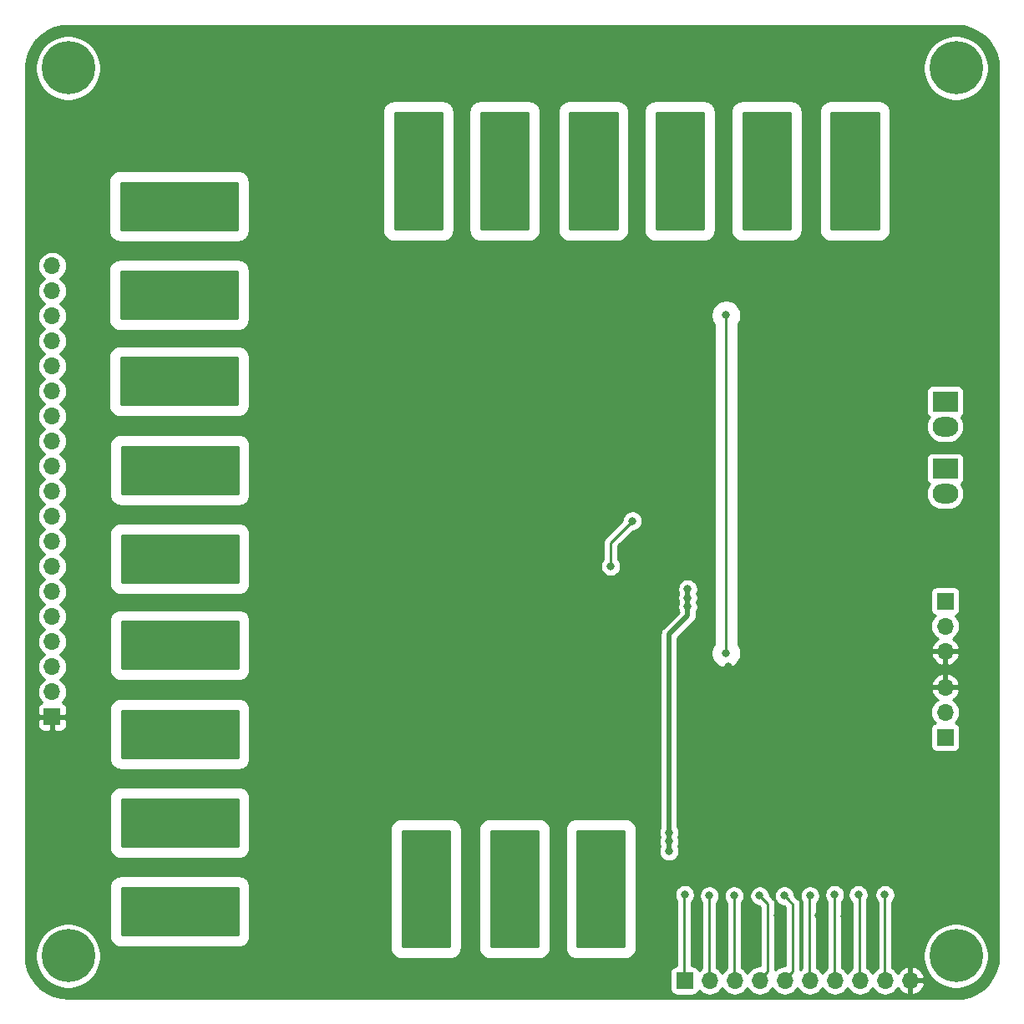
<source format=gbr>
G04 #@! TF.GenerationSoftware,KiCad,Pcbnew,6.0.0-rc1-unknown-5edf350~66~ubuntu18.10.1*
G04 #@! TF.CreationDate,2019-02-07T09:42:41-05:00
G04 #@! TF.ProjectId,BMS-Slave,424d532d-536c-4617-9665-2e6b69636164,V0.2*
G04 #@! TF.SameCoordinates,Original*
G04 #@! TF.FileFunction,Copper,L2,Bot*
G04 #@! TF.FilePolarity,Positive*
%FSLAX46Y46*%
G04 Gerber Fmt 4.6, Leading zero omitted, Abs format (unit mm)*
G04 Created by KiCad (PCBNEW 6.0.0-rc1-unknown-5edf350~66~ubuntu18.10.1) date 2019-02-07 09:42:41*
%MOMM*%
%LPD*%
G04 APERTURE LIST*
%ADD10R,1.700000X1.700000*%
%ADD11O,1.700000X1.700000*%
%ADD12R,2.600000X2.000000*%
%ADD13O,2.600000X2.000000*%
%ADD14C,0.800000*%
%ADD15C,5.400000*%
%ADD16C,0.250000*%
%ADD17C,0.500000*%
%ADD18C,0.254000*%
G04 APERTURE END LIST*
D10*
X67500000Y-97500000D03*
D11*
X70040000Y-97500000D03*
X72580000Y-97500000D03*
X75120000Y-97500000D03*
X77660000Y-97500000D03*
X80200000Y-97500000D03*
X82740000Y-97500000D03*
X85280000Y-97500000D03*
X87820000Y-97500000D03*
X90360000Y-97500000D03*
D10*
X93918320Y-72841520D03*
D11*
X93918320Y-70301520D03*
X93918320Y-67761520D03*
D10*
X93918320Y-59034080D03*
D11*
X93918320Y-61574080D03*
X93918320Y-64114080D03*
D10*
X3378200Y-70764400D03*
D11*
X3378200Y-68224400D03*
X3378200Y-65684400D03*
X3378200Y-63144400D03*
X3378200Y-60604400D03*
X3378200Y-58064400D03*
X3378200Y-55524400D03*
X3378200Y-52984400D03*
X3378200Y-50444400D03*
X3378200Y-47904400D03*
X3378200Y-45364400D03*
X3378200Y-42824400D03*
X3378200Y-40284400D03*
X3378200Y-37744400D03*
X3378200Y-35204400D03*
X3378200Y-32664400D03*
X3378200Y-30124400D03*
X3378200Y-27584400D03*
X3378200Y-25044400D03*
D12*
X93900000Y-38800000D03*
D13*
X93900000Y-41340000D03*
D12*
X93900000Y-45600000D03*
D13*
X93900000Y-48140000D03*
D14*
X6431891Y-3568109D03*
X5000000Y-2975000D03*
X3568109Y-3568109D03*
X2975000Y-5000000D03*
X3568109Y-6431891D03*
X5000000Y-7025000D03*
X6431891Y-6431891D03*
X7025000Y-5000000D03*
D15*
X5000000Y-5000000D03*
X95000000Y-5000000D03*
D14*
X97025000Y-5000000D03*
X96431891Y-6431891D03*
X95000000Y-7025000D03*
X93568109Y-6431891D03*
X92975000Y-5000000D03*
X93568109Y-3568109D03*
X95000000Y-2975000D03*
X96431891Y-3568109D03*
X6431891Y-93568109D03*
X5000000Y-92975000D03*
X3568109Y-93568109D03*
X2975000Y-95000000D03*
X3568109Y-96431891D03*
X5000000Y-97025000D03*
X6431891Y-96431891D03*
X7025000Y-95000000D03*
D15*
X5000000Y-95000000D03*
X95000000Y-95000000D03*
D14*
X97025000Y-95000000D03*
X96431891Y-96431891D03*
X95000000Y-97025000D03*
X93568109Y-96431891D03*
X92975000Y-95000000D03*
X93568109Y-93568109D03*
X95000000Y-92975000D03*
X96431891Y-93568109D03*
X87800000Y-88800000D03*
X85099994Y-88800000D03*
X82699996Y-88800000D03*
X80200002Y-88900000D03*
X77600000Y-88900000D03*
X75100000Y-88900000D03*
X72500000Y-88900000D03*
X70000000Y-88900000D03*
X67500000Y-88800000D03*
X62200000Y-50900000D03*
X60000000Y-55500000D03*
X67800000Y-57800000D03*
X65900000Y-84400000D03*
X65900000Y-83400000D03*
X65900000Y-82500000D03*
X67800000Y-58700000D03*
X67800000Y-59600000D03*
X59000000Y-84750000D03*
X57750000Y-84750000D03*
X60250000Y-84750000D03*
X51200000Y-46300000D03*
X44300000Y-37500000D03*
X40000000Y-34500000D03*
X40000000Y-38500000D03*
X52400000Y-37600000D03*
X56300000Y-37500000D03*
X60300000Y-37500000D03*
X64300000Y-37500000D03*
X69700000Y-49900000D03*
X71900000Y-65700000D03*
X54000000Y-63400000D03*
X50100000Y-63400000D03*
X46000000Y-63400000D03*
X89600000Y-91000000D03*
X86600000Y-91000000D03*
X83700000Y-91000000D03*
X81100000Y-90900000D03*
X61700000Y-77600000D03*
X52200000Y-46300000D03*
X53200000Y-46300000D03*
X54200000Y-46300000D03*
X55200000Y-46300000D03*
X56200000Y-46300000D03*
X57200000Y-46300000D03*
X58200000Y-46300000D03*
X51200000Y-47300000D03*
X52200000Y-47300000D03*
X53200000Y-47300000D03*
X54200000Y-47300000D03*
X55200000Y-47300000D03*
X56200000Y-47300000D03*
X57200000Y-47300000D03*
X58200000Y-47300000D03*
X51200000Y-48300000D03*
X52200000Y-48300000D03*
X53200000Y-48300000D03*
X54200000Y-48300000D03*
X55200000Y-48300000D03*
X56200000Y-48300000D03*
X57200000Y-48300000D03*
X58200000Y-48300000D03*
X51200000Y-49300000D03*
X52200000Y-49300000D03*
X53200000Y-49300000D03*
X54200000Y-49300000D03*
X55200000Y-49300000D03*
X56200000Y-49300000D03*
X57200000Y-49300000D03*
X58200000Y-49300000D03*
X51200000Y-50300000D03*
X52200000Y-50300000D03*
X53200000Y-50300000D03*
X54200000Y-50300000D03*
X55200000Y-50300000D03*
X56200000Y-50300000D03*
X57200000Y-50300000D03*
X58200000Y-50300000D03*
X51200000Y-51300000D03*
X52200000Y-51300000D03*
X53200000Y-51300000D03*
X54200000Y-51300000D03*
X55200000Y-51300000D03*
X56200000Y-51300000D03*
X57200000Y-51300000D03*
X58200000Y-51300000D03*
X51200000Y-52300000D03*
X52200000Y-52300000D03*
X53200000Y-52300000D03*
X54200000Y-52300000D03*
X55200000Y-52300000D03*
X56200000Y-52300000D03*
X57200000Y-52300000D03*
X58200000Y-52300000D03*
X51200000Y-53300000D03*
X52200000Y-53300000D03*
X53200000Y-53300000D03*
X54200000Y-53300000D03*
X55200000Y-53300000D03*
X56200000Y-53300000D03*
X57200000Y-53300000D03*
X58200000Y-53300000D03*
X39900000Y-42600000D03*
X40000000Y-46500000D03*
X39900000Y-50500000D03*
X39900000Y-54400000D03*
X39900000Y-58400000D03*
X39900000Y-62400000D03*
X39900000Y-66600000D03*
X68637240Y-91100000D03*
X65637236Y-91100000D03*
X71200000Y-91000000D03*
X74100000Y-91000000D03*
X76900000Y-90900000D03*
X48300000Y-37524990D03*
X68250000Y-36250000D03*
X70250000Y-58000000D03*
X63800000Y-48600000D03*
X66250000Y-46500000D03*
X66112660Y-40612660D03*
X71700000Y-64300000D03*
X71700000Y-30062320D03*
X84750000Y-19000000D03*
X83500000Y-19000000D03*
X86000000Y-19000000D03*
X74750000Y-19000000D03*
X75999990Y-19000000D03*
X77250000Y-19000000D03*
X67000000Y-19000000D03*
X65750000Y-19000000D03*
X68250000Y-19000000D03*
X59500000Y-19000000D03*
X58250000Y-19000000D03*
X56750000Y-19000000D03*
X49250000Y-19000000D03*
X50500000Y-19000000D03*
X47750000Y-19000000D03*
X40500000Y-19000000D03*
X39250000Y-19000000D03*
X41750000Y-19000000D03*
X19750000Y-19000000D03*
X19750000Y-18000000D03*
X19750000Y-20000000D03*
X19750000Y-28000000D03*
X19750000Y-27000000D03*
X19750000Y-29000000D03*
X19750000Y-36750000D03*
X19750000Y-35500000D03*
X19750000Y-38000000D03*
X19750000Y-45750000D03*
X19750000Y-44500000D03*
X19750000Y-47000000D03*
X19750000Y-54750000D03*
X19750000Y-56000000D03*
X19750000Y-53500000D03*
X19750000Y-63500000D03*
X19750000Y-62250000D03*
X19750000Y-64750000D03*
X19750000Y-72500000D03*
X19750000Y-71250000D03*
X19750000Y-73750000D03*
X19750000Y-81500000D03*
X19750000Y-80250000D03*
X19750000Y-82750000D03*
X19750000Y-90500000D03*
X19750000Y-89250000D03*
X19750000Y-91750000D03*
X40000000Y-84750000D03*
X42500000Y-84750000D03*
X41250000Y-84750000D03*
X50250000Y-84750000D03*
X51500000Y-84750000D03*
X49000000Y-84750000D03*
D16*
X87800000Y-97411720D02*
X87787480Y-97424240D01*
X87800000Y-88800000D02*
X87800000Y-97411720D01*
X85247480Y-88947486D02*
X85099994Y-88800000D01*
X85247480Y-97424240D02*
X85247480Y-88947486D01*
X82707480Y-97424240D02*
X82707480Y-88807484D01*
X82707480Y-88807484D02*
X82699996Y-88800000D01*
X80167480Y-97424240D02*
X80167480Y-88932522D01*
X80167480Y-88932522D02*
X80200002Y-88900000D01*
X77627480Y-97424240D02*
X78477479Y-96574241D01*
X78477479Y-89777479D02*
X77999999Y-89299999D01*
X77999999Y-89299999D02*
X77600000Y-88900000D01*
X78477479Y-96574241D02*
X78477479Y-89777479D01*
X75087480Y-97424240D02*
X75937479Y-96574241D01*
X75499999Y-89299999D02*
X75100000Y-88900000D01*
X75937479Y-96574241D02*
X75937479Y-89737479D01*
X75937479Y-89737479D02*
X75499999Y-89299999D01*
X72547480Y-97424240D02*
X72547480Y-88947480D01*
X72547480Y-88947480D02*
X72500000Y-88900000D01*
X70007480Y-97424240D02*
X70007480Y-88907480D01*
X70007480Y-88907480D02*
X70000000Y-88900000D01*
X67467480Y-97424240D02*
X67467480Y-88832520D01*
X67467480Y-88832520D02*
X67500000Y-88800000D01*
X62200000Y-50900000D02*
X60000000Y-53100000D01*
X60000000Y-53100000D02*
X60000000Y-55500000D01*
D17*
X65900000Y-83400000D02*
X65900000Y-84400000D01*
X65900000Y-82500000D02*
X65900000Y-83400000D01*
X67800000Y-57800000D02*
X67800000Y-58700000D01*
X67800000Y-60500000D02*
X67800000Y-59600000D01*
X65900000Y-82500000D02*
X65900000Y-62400000D01*
X65900000Y-62400000D02*
X67800000Y-60500000D01*
X67800000Y-59600000D02*
X67800000Y-58700000D01*
D16*
X71700000Y-64300000D02*
X71700000Y-30062320D01*
D18*
G36*
X95761865Y-765758D02*
G01*
X96499637Y-967589D01*
X97190018Y-1296884D01*
X97811168Y-1743225D01*
X98343467Y-2292514D01*
X98770080Y-2927383D01*
X99077524Y-3627759D01*
X99257368Y-4376860D01*
X99305000Y-5025490D01*
X99305001Y-94969032D01*
X99234243Y-95761862D01*
X99032411Y-96499637D01*
X98703116Y-97190018D01*
X98256775Y-97811168D01*
X97707483Y-98343469D01*
X97072617Y-98770080D01*
X96372240Y-99077525D01*
X95623140Y-99257368D01*
X94974510Y-99305000D01*
X5030957Y-99305000D01*
X4238138Y-99234243D01*
X3500363Y-99032411D01*
X2809982Y-98703116D01*
X2188832Y-98256775D01*
X1656531Y-97707483D01*
X1229920Y-97072617D01*
X922475Y-96372240D01*
X742632Y-95623140D01*
X695000Y-94974510D01*
X695000Y-94671531D01*
X1665000Y-94671531D01*
X1665000Y-95328469D01*
X1793162Y-95972784D01*
X2044561Y-96579715D01*
X2409536Y-97125939D01*
X2874061Y-97590464D01*
X3420285Y-97955439D01*
X4027216Y-98206838D01*
X4671531Y-98335000D01*
X5328469Y-98335000D01*
X5972784Y-98206838D01*
X6579715Y-97955439D01*
X7125939Y-97590464D01*
X7590464Y-97125939D01*
X7908476Y-96650000D01*
X66011928Y-96650000D01*
X66011928Y-98350000D01*
X66024188Y-98474482D01*
X66060498Y-98594180D01*
X66119463Y-98704494D01*
X66198815Y-98801185D01*
X66295506Y-98880537D01*
X66405820Y-98939502D01*
X66525518Y-98975812D01*
X66650000Y-98988072D01*
X68350000Y-98988072D01*
X68474482Y-98975812D01*
X68594180Y-98939502D01*
X68704494Y-98880537D01*
X68801185Y-98801185D01*
X68880537Y-98704494D01*
X68939502Y-98594180D01*
X68960393Y-98525313D01*
X68984866Y-98555134D01*
X69210986Y-98740706D01*
X69468966Y-98878599D01*
X69748889Y-98963513D01*
X69967050Y-98985000D01*
X70112950Y-98985000D01*
X70331111Y-98963513D01*
X70611034Y-98878599D01*
X70869014Y-98740706D01*
X71095134Y-98555134D01*
X71280706Y-98329014D01*
X71310000Y-98274209D01*
X71339294Y-98329014D01*
X71524866Y-98555134D01*
X71750986Y-98740706D01*
X72008966Y-98878599D01*
X72288889Y-98963513D01*
X72507050Y-98985000D01*
X72652950Y-98985000D01*
X72871111Y-98963513D01*
X73151034Y-98878599D01*
X73409014Y-98740706D01*
X73635134Y-98555134D01*
X73820706Y-98329014D01*
X73850000Y-98274209D01*
X73879294Y-98329014D01*
X74064866Y-98555134D01*
X74290986Y-98740706D01*
X74548966Y-98878599D01*
X74828889Y-98963513D01*
X75047050Y-98985000D01*
X75192950Y-98985000D01*
X75411111Y-98963513D01*
X75691034Y-98878599D01*
X75949014Y-98740706D01*
X76175134Y-98555134D01*
X76360706Y-98329014D01*
X76390000Y-98274209D01*
X76419294Y-98329014D01*
X76604866Y-98555134D01*
X76830986Y-98740706D01*
X77088966Y-98878599D01*
X77368889Y-98963513D01*
X77587050Y-98985000D01*
X77732950Y-98985000D01*
X77951111Y-98963513D01*
X78231034Y-98878599D01*
X78489014Y-98740706D01*
X78715134Y-98555134D01*
X78900706Y-98329014D01*
X78930000Y-98274209D01*
X78959294Y-98329014D01*
X79144866Y-98555134D01*
X79370986Y-98740706D01*
X79628966Y-98878599D01*
X79908889Y-98963513D01*
X80127050Y-98985000D01*
X80272950Y-98985000D01*
X80491111Y-98963513D01*
X80771034Y-98878599D01*
X81029014Y-98740706D01*
X81255134Y-98555134D01*
X81440706Y-98329014D01*
X81470000Y-98274209D01*
X81499294Y-98329014D01*
X81684866Y-98555134D01*
X81910986Y-98740706D01*
X82168966Y-98878599D01*
X82448889Y-98963513D01*
X82667050Y-98985000D01*
X82812950Y-98985000D01*
X83031111Y-98963513D01*
X83311034Y-98878599D01*
X83569014Y-98740706D01*
X83795134Y-98555134D01*
X83980706Y-98329014D01*
X84010000Y-98274209D01*
X84039294Y-98329014D01*
X84224866Y-98555134D01*
X84450986Y-98740706D01*
X84708966Y-98878599D01*
X84988889Y-98963513D01*
X85207050Y-98985000D01*
X85352950Y-98985000D01*
X85571111Y-98963513D01*
X85851034Y-98878599D01*
X86109014Y-98740706D01*
X86335134Y-98555134D01*
X86520706Y-98329014D01*
X86550000Y-98274209D01*
X86579294Y-98329014D01*
X86764866Y-98555134D01*
X86990986Y-98740706D01*
X87248966Y-98878599D01*
X87528889Y-98963513D01*
X87747050Y-98985000D01*
X87892950Y-98985000D01*
X88111111Y-98963513D01*
X88391034Y-98878599D01*
X88649014Y-98740706D01*
X88875134Y-98555134D01*
X89060706Y-98329014D01*
X89095201Y-98264477D01*
X89164822Y-98381355D01*
X89359731Y-98597588D01*
X89593080Y-98771641D01*
X89855901Y-98896825D01*
X90003110Y-98941476D01*
X90233000Y-98820155D01*
X90233000Y-97627000D01*
X90487000Y-97627000D01*
X90487000Y-98820155D01*
X90716890Y-98941476D01*
X90864099Y-98896825D01*
X91126920Y-98771641D01*
X91360269Y-98597588D01*
X91555178Y-98381355D01*
X91704157Y-98131252D01*
X91801481Y-97856891D01*
X91680814Y-97627000D01*
X90487000Y-97627000D01*
X90233000Y-97627000D01*
X90213000Y-97627000D01*
X90213000Y-97373000D01*
X90233000Y-97373000D01*
X90233000Y-96179845D01*
X90487000Y-96179845D01*
X90487000Y-97373000D01*
X91680814Y-97373000D01*
X91801481Y-97143109D01*
X91704157Y-96868748D01*
X91555178Y-96618645D01*
X91360269Y-96402412D01*
X91126920Y-96228359D01*
X90864099Y-96103175D01*
X90716890Y-96058524D01*
X90487000Y-96179845D01*
X90233000Y-96179845D01*
X90003110Y-96058524D01*
X89855901Y-96103175D01*
X89593080Y-96228359D01*
X89359731Y-96402412D01*
X89164822Y-96618645D01*
X89095201Y-96735523D01*
X89060706Y-96670986D01*
X88875134Y-96444866D01*
X88649014Y-96259294D01*
X88560000Y-96211715D01*
X88560000Y-94671531D01*
X91665000Y-94671531D01*
X91665000Y-95328469D01*
X91793162Y-95972784D01*
X92044561Y-96579715D01*
X92409536Y-97125939D01*
X92874061Y-97590464D01*
X93420285Y-97955439D01*
X94027216Y-98206838D01*
X94671531Y-98335000D01*
X95328469Y-98335000D01*
X95972784Y-98206838D01*
X96579715Y-97955439D01*
X97125939Y-97590464D01*
X97590464Y-97125939D01*
X97955439Y-96579715D01*
X98206838Y-95972784D01*
X98335000Y-95328469D01*
X98335000Y-94671531D01*
X98206838Y-94027216D01*
X97955439Y-93420285D01*
X97590464Y-92874061D01*
X97125939Y-92409536D01*
X96579715Y-92044561D01*
X95972784Y-91793162D01*
X95328469Y-91665000D01*
X94671531Y-91665000D01*
X94027216Y-91793162D01*
X93420285Y-92044561D01*
X92874061Y-92409536D01*
X92409536Y-92874061D01*
X92044561Y-93420285D01*
X91793162Y-94027216D01*
X91665000Y-94671531D01*
X88560000Y-94671531D01*
X88560000Y-89503711D01*
X88603937Y-89459774D01*
X88717205Y-89290256D01*
X88795226Y-89101898D01*
X88835000Y-88901939D01*
X88835000Y-88698061D01*
X88795226Y-88498102D01*
X88717205Y-88309744D01*
X88603937Y-88140226D01*
X88459774Y-87996063D01*
X88290256Y-87882795D01*
X88101898Y-87804774D01*
X87901939Y-87765000D01*
X87698061Y-87765000D01*
X87498102Y-87804774D01*
X87309744Y-87882795D01*
X87140226Y-87996063D01*
X86996063Y-88140226D01*
X86882795Y-88309744D01*
X86804774Y-88498102D01*
X86765000Y-88698061D01*
X86765000Y-88901939D01*
X86804774Y-89101898D01*
X86882795Y-89290256D01*
X86996063Y-89459774D01*
X87040000Y-89503711D01*
X87040001Y-96233095D01*
X86990986Y-96259294D01*
X86764866Y-96444866D01*
X86579294Y-96670986D01*
X86550000Y-96725791D01*
X86520706Y-96670986D01*
X86335134Y-96444866D01*
X86109014Y-96259294D01*
X86007480Y-96205023D01*
X86007480Y-89304802D01*
X86017199Y-89290256D01*
X86095220Y-89101898D01*
X86134994Y-88901939D01*
X86134994Y-88698061D01*
X86095220Y-88498102D01*
X86017199Y-88309744D01*
X85903931Y-88140226D01*
X85759768Y-87996063D01*
X85590250Y-87882795D01*
X85401892Y-87804774D01*
X85201933Y-87765000D01*
X84998055Y-87765000D01*
X84798096Y-87804774D01*
X84609738Y-87882795D01*
X84440220Y-87996063D01*
X84296057Y-88140226D01*
X84182789Y-88309744D01*
X84104768Y-88498102D01*
X84064994Y-88698061D01*
X84064994Y-88901939D01*
X84104768Y-89101898D01*
X84182789Y-89290256D01*
X84296057Y-89459774D01*
X84440220Y-89603937D01*
X84487481Y-89635516D01*
X84487480Y-96239788D01*
X84450986Y-96259294D01*
X84224866Y-96444866D01*
X84039294Y-96670986D01*
X84010000Y-96725791D01*
X83980706Y-96670986D01*
X83795134Y-96444866D01*
X83569014Y-96259294D01*
X83467480Y-96205023D01*
X83467480Y-89496227D01*
X83503933Y-89459774D01*
X83617201Y-89290256D01*
X83695222Y-89101898D01*
X83734996Y-88901939D01*
X83734996Y-88698061D01*
X83695222Y-88498102D01*
X83617201Y-88309744D01*
X83503933Y-88140226D01*
X83359770Y-87996063D01*
X83190252Y-87882795D01*
X83001894Y-87804774D01*
X82801935Y-87765000D01*
X82598057Y-87765000D01*
X82398098Y-87804774D01*
X82209740Y-87882795D01*
X82040222Y-87996063D01*
X81896059Y-88140226D01*
X81782791Y-88309744D01*
X81704770Y-88498102D01*
X81664996Y-88698061D01*
X81664996Y-88901939D01*
X81704770Y-89101898D01*
X81782791Y-89290256D01*
X81896059Y-89459774D01*
X81947481Y-89511196D01*
X81947480Y-96239788D01*
X81910986Y-96259294D01*
X81684866Y-96444866D01*
X81499294Y-96670986D01*
X81470000Y-96725791D01*
X81440706Y-96670986D01*
X81255134Y-96444866D01*
X81029014Y-96259294D01*
X80927480Y-96205023D01*
X80927480Y-89636233D01*
X81003939Y-89559774D01*
X81117207Y-89390256D01*
X81195228Y-89201898D01*
X81235002Y-89001939D01*
X81235002Y-88798061D01*
X81195228Y-88598102D01*
X81117207Y-88409744D01*
X81003939Y-88240226D01*
X80859776Y-88096063D01*
X80690258Y-87982795D01*
X80501900Y-87904774D01*
X80301941Y-87865000D01*
X80098063Y-87865000D01*
X79898104Y-87904774D01*
X79709746Y-87982795D01*
X79540228Y-88096063D01*
X79396065Y-88240226D01*
X79282797Y-88409744D01*
X79204776Y-88598102D01*
X79165002Y-88798061D01*
X79165002Y-89001939D01*
X79204776Y-89201898D01*
X79282797Y-89390256D01*
X79396065Y-89559774D01*
X79407481Y-89571190D01*
X79407480Y-96239788D01*
X79370986Y-96259294D01*
X79237479Y-96368860D01*
X79237479Y-89814804D01*
X79241155Y-89777479D01*
X79237479Y-89740154D01*
X79237479Y-89740146D01*
X79226482Y-89628493D01*
X79183025Y-89485232D01*
X79112453Y-89353203D01*
X79017480Y-89237478D01*
X78988476Y-89213675D01*
X78635000Y-88860199D01*
X78635000Y-88798061D01*
X78595226Y-88598102D01*
X78517205Y-88409744D01*
X78403937Y-88240226D01*
X78259774Y-88096063D01*
X78090256Y-87982795D01*
X77901898Y-87904774D01*
X77701939Y-87865000D01*
X77498061Y-87865000D01*
X77298102Y-87904774D01*
X77109744Y-87982795D01*
X76940226Y-88096063D01*
X76796063Y-88240226D01*
X76682795Y-88409744D01*
X76604774Y-88598102D01*
X76565000Y-88798061D01*
X76565000Y-89001939D01*
X76604774Y-89201898D01*
X76682795Y-89390256D01*
X76796063Y-89559774D01*
X76940226Y-89703937D01*
X77109744Y-89817205D01*
X77298102Y-89895226D01*
X77498061Y-89935000D01*
X77560199Y-89935000D01*
X77717480Y-90092281D01*
X77717479Y-96015000D01*
X77587050Y-96015000D01*
X77368889Y-96036487D01*
X77088966Y-96121401D01*
X76830986Y-96259294D01*
X76697479Y-96368860D01*
X76697479Y-89774801D01*
X76701155Y-89737478D01*
X76697479Y-89700155D01*
X76697479Y-89700146D01*
X76686482Y-89588493D01*
X76643025Y-89445232D01*
X76641542Y-89442458D01*
X76572453Y-89313202D01*
X76526161Y-89256796D01*
X76477480Y-89197478D01*
X76448476Y-89173675D01*
X76135000Y-88860199D01*
X76135000Y-88798061D01*
X76095226Y-88598102D01*
X76017205Y-88409744D01*
X75903937Y-88240226D01*
X75759774Y-88096063D01*
X75590256Y-87982795D01*
X75401898Y-87904774D01*
X75201939Y-87865000D01*
X74998061Y-87865000D01*
X74798102Y-87904774D01*
X74609744Y-87982795D01*
X74440226Y-88096063D01*
X74296063Y-88240226D01*
X74182795Y-88409744D01*
X74104774Y-88598102D01*
X74065000Y-88798061D01*
X74065000Y-89001939D01*
X74104774Y-89201898D01*
X74182795Y-89390256D01*
X74296063Y-89559774D01*
X74440226Y-89703937D01*
X74609744Y-89817205D01*
X74798102Y-89895226D01*
X74998061Y-89935000D01*
X75060199Y-89935000D01*
X75177480Y-90052281D01*
X75177479Y-96015000D01*
X75047050Y-96015000D01*
X74828889Y-96036487D01*
X74548966Y-96121401D01*
X74290986Y-96259294D01*
X74064866Y-96444866D01*
X73879294Y-96670986D01*
X73850000Y-96725791D01*
X73820706Y-96670986D01*
X73635134Y-96444866D01*
X73409014Y-96259294D01*
X73307480Y-96205023D01*
X73307480Y-89554472D01*
X73417205Y-89390256D01*
X73495226Y-89201898D01*
X73535000Y-89001939D01*
X73535000Y-88798061D01*
X73495226Y-88598102D01*
X73417205Y-88409744D01*
X73303937Y-88240226D01*
X73159774Y-88096063D01*
X72990256Y-87982795D01*
X72801898Y-87904774D01*
X72601939Y-87865000D01*
X72398061Y-87865000D01*
X72198102Y-87904774D01*
X72009744Y-87982795D01*
X71840226Y-88096063D01*
X71696063Y-88240226D01*
X71582795Y-88409744D01*
X71504774Y-88598102D01*
X71465000Y-88798061D01*
X71465000Y-89001939D01*
X71504774Y-89201898D01*
X71582795Y-89390256D01*
X71696063Y-89559774D01*
X71787481Y-89651192D01*
X71787480Y-96239788D01*
X71750986Y-96259294D01*
X71524866Y-96444866D01*
X71339294Y-96670986D01*
X71310000Y-96725791D01*
X71280706Y-96670986D01*
X71095134Y-96444866D01*
X70869014Y-96259294D01*
X70767480Y-96205023D01*
X70767480Y-89596231D01*
X70803937Y-89559774D01*
X70917205Y-89390256D01*
X70995226Y-89201898D01*
X71035000Y-89001939D01*
X71035000Y-88798061D01*
X70995226Y-88598102D01*
X70917205Y-88409744D01*
X70803937Y-88240226D01*
X70659774Y-88096063D01*
X70490256Y-87982795D01*
X70301898Y-87904774D01*
X70101939Y-87865000D01*
X69898061Y-87865000D01*
X69698102Y-87904774D01*
X69509744Y-87982795D01*
X69340226Y-88096063D01*
X69196063Y-88240226D01*
X69082795Y-88409744D01*
X69004774Y-88598102D01*
X68965000Y-88798061D01*
X68965000Y-89001939D01*
X69004774Y-89201898D01*
X69082795Y-89390256D01*
X69196063Y-89559774D01*
X69247481Y-89611192D01*
X69247480Y-96239788D01*
X69210986Y-96259294D01*
X68984866Y-96444866D01*
X68960393Y-96474687D01*
X68939502Y-96405820D01*
X68880537Y-96295506D01*
X68801185Y-96198815D01*
X68704494Y-96119463D01*
X68594180Y-96060498D01*
X68474482Y-96024188D01*
X68350000Y-96011928D01*
X68227480Y-96011928D01*
X68227480Y-89536231D01*
X68303937Y-89459774D01*
X68417205Y-89290256D01*
X68495226Y-89101898D01*
X68535000Y-88901939D01*
X68535000Y-88698061D01*
X68495226Y-88498102D01*
X68417205Y-88309744D01*
X68303937Y-88140226D01*
X68159774Y-87996063D01*
X67990256Y-87882795D01*
X67801898Y-87804774D01*
X67601939Y-87765000D01*
X67398061Y-87765000D01*
X67198102Y-87804774D01*
X67009744Y-87882795D01*
X66840226Y-87996063D01*
X66696063Y-88140226D01*
X66582795Y-88309744D01*
X66504774Y-88498102D01*
X66465000Y-88698061D01*
X66465000Y-88901939D01*
X66504774Y-89101898D01*
X66582795Y-89290256D01*
X66696063Y-89459774D01*
X66707481Y-89471192D01*
X66707480Y-96011928D01*
X66650000Y-96011928D01*
X66525518Y-96024188D01*
X66405820Y-96060498D01*
X66295506Y-96119463D01*
X66198815Y-96198815D01*
X66119463Y-96295506D01*
X66060498Y-96405820D01*
X66024188Y-96525518D01*
X66011928Y-96650000D01*
X7908476Y-96650000D01*
X7955439Y-96579715D01*
X8206838Y-95972784D01*
X8335000Y-95328469D01*
X8335000Y-94671531D01*
X8206838Y-94027216D01*
X7955439Y-93420285D01*
X7590464Y-92874061D01*
X7125939Y-92409536D01*
X6579715Y-92044561D01*
X5972784Y-91793162D01*
X5328469Y-91665000D01*
X4671531Y-91665000D01*
X4027216Y-91793162D01*
X3420285Y-92044561D01*
X2874061Y-92409536D01*
X2409536Y-92874061D01*
X2044561Y-93420285D01*
X1793162Y-94027216D01*
X1665000Y-94671531D01*
X695000Y-94671531D01*
X695000Y-88000000D01*
X9199156Y-88000000D01*
X9199156Y-93000000D01*
X9220811Y-93219867D01*
X9284944Y-93431284D01*
X9389090Y-93626128D01*
X9529247Y-93796909D01*
X9700028Y-93937066D01*
X9894872Y-94041212D01*
X10106289Y-94105345D01*
X10326156Y-94127000D01*
X22326156Y-94127000D01*
X22546023Y-94105345D01*
X22757440Y-94041212D01*
X22952284Y-93937066D01*
X23123065Y-93796909D01*
X23263222Y-93626128D01*
X23367368Y-93431284D01*
X23431501Y-93219867D01*
X23453156Y-93000000D01*
X23453156Y-88000000D01*
X23431501Y-87780133D01*
X23367368Y-87568716D01*
X23263222Y-87373872D01*
X23123065Y-87203091D01*
X22952284Y-87062934D01*
X22757440Y-86958788D01*
X22546023Y-86894655D01*
X22326156Y-86873000D01*
X10326156Y-86873000D01*
X10106289Y-86894655D01*
X9894872Y-86958788D01*
X9700028Y-87062934D01*
X9529247Y-87203091D01*
X9389090Y-87373872D01*
X9284944Y-87568716D01*
X9220811Y-87780133D01*
X9199156Y-88000000D01*
X695000Y-88000000D01*
X695000Y-79000000D01*
X9199156Y-79000000D01*
X9199156Y-84000000D01*
X9220811Y-84219867D01*
X9284944Y-84431284D01*
X9389090Y-84626128D01*
X9529247Y-84796909D01*
X9700028Y-84937066D01*
X9894872Y-85041212D01*
X10106289Y-85105345D01*
X10326156Y-85127000D01*
X22326156Y-85127000D01*
X22546023Y-85105345D01*
X22757440Y-85041212D01*
X22952284Y-84937066D01*
X23123065Y-84796909D01*
X23263222Y-84626128D01*
X23367368Y-84431284D01*
X23431501Y-84219867D01*
X23453156Y-84000000D01*
X23453156Y-82183819D01*
X37623000Y-82183819D01*
X37623000Y-94183819D01*
X37644655Y-94403686D01*
X37708788Y-94615103D01*
X37812934Y-94809947D01*
X37953091Y-94980728D01*
X38123872Y-95120885D01*
X38318716Y-95225031D01*
X38530133Y-95289164D01*
X38750000Y-95310819D01*
X43750000Y-95310819D01*
X43969867Y-95289164D01*
X44181284Y-95225031D01*
X44376128Y-95120885D01*
X44546909Y-94980728D01*
X44687066Y-94809947D01*
X44791212Y-94615103D01*
X44855345Y-94403686D01*
X44877000Y-94183819D01*
X44877000Y-82183819D01*
X46623000Y-82183819D01*
X46623000Y-94183819D01*
X46644655Y-94403686D01*
X46708788Y-94615103D01*
X46812934Y-94809947D01*
X46953091Y-94980728D01*
X47123872Y-95120885D01*
X47318716Y-95225031D01*
X47530133Y-95289164D01*
X47750000Y-95310819D01*
X52750000Y-95310819D01*
X52969867Y-95289164D01*
X53181284Y-95225031D01*
X53376128Y-95120885D01*
X53546909Y-94980728D01*
X53687066Y-94809947D01*
X53791212Y-94615103D01*
X53855345Y-94403686D01*
X53877000Y-94183819D01*
X53877000Y-82183819D01*
X55373000Y-82183819D01*
X55373000Y-94183819D01*
X55394655Y-94403686D01*
X55458788Y-94615103D01*
X55562934Y-94809947D01*
X55703091Y-94980728D01*
X55873872Y-95120885D01*
X56068716Y-95225031D01*
X56280133Y-95289164D01*
X56500000Y-95310819D01*
X61500000Y-95310819D01*
X61719867Y-95289164D01*
X61931284Y-95225031D01*
X62126128Y-95120885D01*
X62296909Y-94980728D01*
X62437066Y-94809947D01*
X62541212Y-94615103D01*
X62605345Y-94403686D01*
X62627000Y-94183819D01*
X62627000Y-82398061D01*
X64865000Y-82398061D01*
X64865000Y-82601939D01*
X64904774Y-82801898D01*
X64966120Y-82950000D01*
X64904774Y-83098102D01*
X64865000Y-83298061D01*
X64865000Y-83501939D01*
X64904774Y-83701898D01*
X64982795Y-83890256D01*
X64989306Y-83900000D01*
X64982795Y-83909744D01*
X64904774Y-84098102D01*
X64865000Y-84298061D01*
X64865000Y-84501939D01*
X64904774Y-84701898D01*
X64982795Y-84890256D01*
X65096063Y-85059774D01*
X65240226Y-85203937D01*
X65409744Y-85317205D01*
X65598102Y-85395226D01*
X65798061Y-85435000D01*
X66001939Y-85435000D01*
X66201898Y-85395226D01*
X66390256Y-85317205D01*
X66559774Y-85203937D01*
X66703937Y-85059774D01*
X66817205Y-84890256D01*
X66895226Y-84701898D01*
X66935000Y-84501939D01*
X66935000Y-84298061D01*
X66895226Y-84098102D01*
X66817205Y-83909744D01*
X66810694Y-83900000D01*
X66817205Y-83890256D01*
X66895226Y-83701898D01*
X66935000Y-83501939D01*
X66935000Y-83298061D01*
X66895226Y-83098102D01*
X66833880Y-82950000D01*
X66895226Y-82801898D01*
X66935000Y-82601939D01*
X66935000Y-82398061D01*
X66895226Y-82198102D01*
X66817205Y-82009744D01*
X66785000Y-81961546D01*
X66785000Y-70301520D01*
X92426135Y-70301520D01*
X92454807Y-70592631D01*
X92539721Y-70872554D01*
X92677614Y-71130534D01*
X92863186Y-71356654D01*
X92893007Y-71381127D01*
X92824140Y-71402018D01*
X92713826Y-71460983D01*
X92617135Y-71540335D01*
X92537783Y-71637026D01*
X92478818Y-71747340D01*
X92442508Y-71867038D01*
X92430248Y-71991520D01*
X92430248Y-73691520D01*
X92442508Y-73816002D01*
X92478818Y-73935700D01*
X92537783Y-74046014D01*
X92617135Y-74142705D01*
X92713826Y-74222057D01*
X92824140Y-74281022D01*
X92943838Y-74317332D01*
X93068320Y-74329592D01*
X94768320Y-74329592D01*
X94892802Y-74317332D01*
X95012500Y-74281022D01*
X95122814Y-74222057D01*
X95219505Y-74142705D01*
X95298857Y-74046014D01*
X95357822Y-73935700D01*
X95394132Y-73816002D01*
X95406392Y-73691520D01*
X95406392Y-71991520D01*
X95394132Y-71867038D01*
X95357822Y-71747340D01*
X95298857Y-71637026D01*
X95219505Y-71540335D01*
X95122814Y-71460983D01*
X95012500Y-71402018D01*
X94943633Y-71381127D01*
X94973454Y-71356654D01*
X95159026Y-71130534D01*
X95296919Y-70872554D01*
X95381833Y-70592631D01*
X95410505Y-70301520D01*
X95381833Y-70010409D01*
X95296919Y-69730486D01*
X95159026Y-69472506D01*
X94973454Y-69246386D01*
X94747334Y-69060814D01*
X94682797Y-69026319D01*
X94799675Y-68956698D01*
X95015908Y-68761789D01*
X95189961Y-68528440D01*
X95315145Y-68265619D01*
X95359796Y-68118410D01*
X95238475Y-67888520D01*
X94045320Y-67888520D01*
X94045320Y-67908520D01*
X93791320Y-67908520D01*
X93791320Y-67888520D01*
X92598165Y-67888520D01*
X92476844Y-68118410D01*
X92521495Y-68265619D01*
X92646679Y-68528440D01*
X92820732Y-68761789D01*
X93036965Y-68956698D01*
X93153843Y-69026319D01*
X93089306Y-69060814D01*
X92863186Y-69246386D01*
X92677614Y-69472506D01*
X92539721Y-69730486D01*
X92454807Y-70010409D01*
X92426135Y-70301520D01*
X66785000Y-70301520D01*
X66785000Y-67404630D01*
X92476844Y-67404630D01*
X92598165Y-67634520D01*
X93791320Y-67634520D01*
X93791320Y-66440706D01*
X94045320Y-66440706D01*
X94045320Y-67634520D01*
X95238475Y-67634520D01*
X95359796Y-67404630D01*
X95315145Y-67257421D01*
X95189961Y-66994600D01*
X95015908Y-66761251D01*
X94799675Y-66566342D01*
X94549572Y-66417363D01*
X94275211Y-66320039D01*
X94045320Y-66440706D01*
X93791320Y-66440706D01*
X93561429Y-66320039D01*
X93287068Y-66417363D01*
X93036965Y-66566342D01*
X92820732Y-66761251D01*
X92646679Y-66994600D01*
X92521495Y-67257421D01*
X92476844Y-67404630D01*
X66785000Y-67404630D01*
X66785000Y-62766578D01*
X68395050Y-61156529D01*
X68428817Y-61128817D01*
X68532036Y-61003046D01*
X68539411Y-60994059D01*
X68621588Y-60840314D01*
X68621589Y-60840313D01*
X68672195Y-60673490D01*
X68685000Y-60543477D01*
X68685000Y-60543469D01*
X68689281Y-60500000D01*
X68685000Y-60456531D01*
X68685000Y-60138454D01*
X68717205Y-60090256D01*
X68795226Y-59901898D01*
X68835000Y-59701939D01*
X68835000Y-59498061D01*
X68795226Y-59298102D01*
X68733880Y-59150000D01*
X68795226Y-59001898D01*
X68835000Y-58801939D01*
X68835000Y-58598061D01*
X68795226Y-58398102D01*
X68733880Y-58250000D01*
X68795226Y-58101898D01*
X68835000Y-57901939D01*
X68835000Y-57698061D01*
X68795226Y-57498102D01*
X68717205Y-57309744D01*
X68603937Y-57140226D01*
X68459774Y-56996063D01*
X68290256Y-56882795D01*
X68101898Y-56804774D01*
X67901939Y-56765000D01*
X67698061Y-56765000D01*
X67498102Y-56804774D01*
X67309744Y-56882795D01*
X67140226Y-56996063D01*
X66996063Y-57140226D01*
X66882795Y-57309744D01*
X66804774Y-57498102D01*
X66765000Y-57698061D01*
X66765000Y-57901939D01*
X66804774Y-58101898D01*
X66866120Y-58250000D01*
X66804774Y-58398102D01*
X66765000Y-58598061D01*
X66765000Y-58801939D01*
X66804774Y-59001898D01*
X66866120Y-59150000D01*
X66804774Y-59298102D01*
X66765000Y-59498061D01*
X66765000Y-59701939D01*
X66804774Y-59901898D01*
X66882795Y-60090256D01*
X66912984Y-60135437D01*
X65304951Y-61743471D01*
X65271184Y-61771183D01*
X65243471Y-61804951D01*
X65243468Y-61804954D01*
X65160590Y-61905941D01*
X65078412Y-62059687D01*
X65027805Y-62226510D01*
X65010719Y-62400000D01*
X65015001Y-62443479D01*
X65015000Y-81961546D01*
X64982795Y-82009744D01*
X64904774Y-82198102D01*
X64865000Y-82398061D01*
X62627000Y-82398061D01*
X62627000Y-82183819D01*
X62605345Y-81963952D01*
X62541212Y-81752535D01*
X62437066Y-81557691D01*
X62296909Y-81386910D01*
X62126128Y-81246753D01*
X61931284Y-81142607D01*
X61719867Y-81078474D01*
X61500000Y-81056819D01*
X56500000Y-81056819D01*
X56280133Y-81078474D01*
X56068716Y-81142607D01*
X55873872Y-81246753D01*
X55703091Y-81386910D01*
X55562934Y-81557691D01*
X55458788Y-81752535D01*
X55394655Y-81963952D01*
X55373000Y-82183819D01*
X53877000Y-82183819D01*
X53855345Y-81963952D01*
X53791212Y-81752535D01*
X53687066Y-81557691D01*
X53546909Y-81386910D01*
X53376128Y-81246753D01*
X53181284Y-81142607D01*
X52969867Y-81078474D01*
X52750000Y-81056819D01*
X47750000Y-81056819D01*
X47530133Y-81078474D01*
X47318716Y-81142607D01*
X47123872Y-81246753D01*
X46953091Y-81386910D01*
X46812934Y-81557691D01*
X46708788Y-81752535D01*
X46644655Y-81963952D01*
X46623000Y-82183819D01*
X44877000Y-82183819D01*
X44855345Y-81963952D01*
X44791212Y-81752535D01*
X44687066Y-81557691D01*
X44546909Y-81386910D01*
X44376128Y-81246753D01*
X44181284Y-81142607D01*
X43969867Y-81078474D01*
X43750000Y-81056819D01*
X38750000Y-81056819D01*
X38530133Y-81078474D01*
X38318716Y-81142607D01*
X38123872Y-81246753D01*
X37953091Y-81386910D01*
X37812934Y-81557691D01*
X37708788Y-81752535D01*
X37644655Y-81963952D01*
X37623000Y-82183819D01*
X23453156Y-82183819D01*
X23453156Y-79000000D01*
X23431501Y-78780133D01*
X23367368Y-78568716D01*
X23263222Y-78373872D01*
X23123065Y-78203091D01*
X22952284Y-78062934D01*
X22757440Y-77958788D01*
X22546023Y-77894655D01*
X22326156Y-77873000D01*
X10326156Y-77873000D01*
X10106289Y-77894655D01*
X9894872Y-77958788D01*
X9700028Y-78062934D01*
X9529247Y-78203091D01*
X9389090Y-78373872D01*
X9284944Y-78568716D01*
X9220811Y-78780133D01*
X9199156Y-79000000D01*
X695000Y-79000000D01*
X695000Y-71050150D01*
X1893200Y-71050150D01*
X1893200Y-71676942D01*
X1917603Y-71799623D01*
X1965470Y-71915185D01*
X2034963Y-72019189D01*
X2123411Y-72107637D01*
X2227415Y-72177130D01*
X2342977Y-72224997D01*
X2465658Y-72249400D01*
X3092450Y-72249400D01*
X3251200Y-72090650D01*
X3251200Y-70891400D01*
X3505200Y-70891400D01*
X3505200Y-72090650D01*
X3663950Y-72249400D01*
X4290742Y-72249400D01*
X4413423Y-72224997D01*
X4528985Y-72177130D01*
X4632989Y-72107637D01*
X4721437Y-72019189D01*
X4790930Y-71915185D01*
X4838797Y-71799623D01*
X4863200Y-71676942D01*
X4863200Y-71050150D01*
X4704450Y-70891400D01*
X3505200Y-70891400D01*
X3251200Y-70891400D01*
X2051950Y-70891400D01*
X1893200Y-71050150D01*
X695000Y-71050150D01*
X695000Y-25044400D01*
X1886015Y-25044400D01*
X1914687Y-25335511D01*
X1999601Y-25615434D01*
X2137494Y-25873414D01*
X2323066Y-26099534D01*
X2549186Y-26285106D01*
X2603991Y-26314400D01*
X2549186Y-26343694D01*
X2323066Y-26529266D01*
X2137494Y-26755386D01*
X1999601Y-27013366D01*
X1914687Y-27293289D01*
X1886015Y-27584400D01*
X1914687Y-27875511D01*
X1999601Y-28155434D01*
X2137494Y-28413414D01*
X2323066Y-28639534D01*
X2549186Y-28825106D01*
X2603991Y-28854400D01*
X2549186Y-28883694D01*
X2323066Y-29069266D01*
X2137494Y-29295386D01*
X1999601Y-29553366D01*
X1914687Y-29833289D01*
X1886015Y-30124400D01*
X1914687Y-30415511D01*
X1999601Y-30695434D01*
X2137494Y-30953414D01*
X2323066Y-31179534D01*
X2549186Y-31365106D01*
X2603991Y-31394400D01*
X2549186Y-31423694D01*
X2323066Y-31609266D01*
X2137494Y-31835386D01*
X1999601Y-32093366D01*
X1914687Y-32373289D01*
X1886015Y-32664400D01*
X1914687Y-32955511D01*
X1999601Y-33235434D01*
X2137494Y-33493414D01*
X2323066Y-33719534D01*
X2549186Y-33905106D01*
X2603991Y-33934400D01*
X2549186Y-33963694D01*
X2323066Y-34149266D01*
X2137494Y-34375386D01*
X1999601Y-34633366D01*
X1914687Y-34913289D01*
X1886015Y-35204400D01*
X1914687Y-35495511D01*
X1999601Y-35775434D01*
X2137494Y-36033414D01*
X2323066Y-36259534D01*
X2549186Y-36445106D01*
X2603991Y-36474400D01*
X2549186Y-36503694D01*
X2323066Y-36689266D01*
X2137494Y-36915386D01*
X1999601Y-37173366D01*
X1914687Y-37453289D01*
X1886015Y-37744400D01*
X1914687Y-38035511D01*
X1999601Y-38315434D01*
X2137494Y-38573414D01*
X2323066Y-38799534D01*
X2549186Y-38985106D01*
X2603991Y-39014400D01*
X2549186Y-39043694D01*
X2323066Y-39229266D01*
X2137494Y-39455386D01*
X1999601Y-39713366D01*
X1914687Y-39993289D01*
X1886015Y-40284400D01*
X1914687Y-40575511D01*
X1999601Y-40855434D01*
X2137494Y-41113414D01*
X2323066Y-41339534D01*
X2549186Y-41525106D01*
X2603991Y-41554400D01*
X2549186Y-41583694D01*
X2323066Y-41769266D01*
X2137494Y-41995386D01*
X1999601Y-42253366D01*
X1914687Y-42533289D01*
X1886015Y-42824400D01*
X1914687Y-43115511D01*
X1999601Y-43395434D01*
X2137494Y-43653414D01*
X2323066Y-43879534D01*
X2549186Y-44065106D01*
X2603991Y-44094400D01*
X2549186Y-44123694D01*
X2323066Y-44309266D01*
X2137494Y-44535386D01*
X1999601Y-44793366D01*
X1914687Y-45073289D01*
X1886015Y-45364400D01*
X1914687Y-45655511D01*
X1999601Y-45935434D01*
X2137494Y-46193414D01*
X2323066Y-46419534D01*
X2549186Y-46605106D01*
X2603991Y-46634400D01*
X2549186Y-46663694D01*
X2323066Y-46849266D01*
X2137494Y-47075386D01*
X1999601Y-47333366D01*
X1914687Y-47613289D01*
X1886015Y-47904400D01*
X1914687Y-48195511D01*
X1999601Y-48475434D01*
X2137494Y-48733414D01*
X2323066Y-48959534D01*
X2549186Y-49145106D01*
X2603991Y-49174400D01*
X2549186Y-49203694D01*
X2323066Y-49389266D01*
X2137494Y-49615386D01*
X1999601Y-49873366D01*
X1914687Y-50153289D01*
X1886015Y-50444400D01*
X1914687Y-50735511D01*
X1999601Y-51015434D01*
X2137494Y-51273414D01*
X2323066Y-51499534D01*
X2549186Y-51685106D01*
X2603991Y-51714400D01*
X2549186Y-51743694D01*
X2323066Y-51929266D01*
X2137494Y-52155386D01*
X1999601Y-52413366D01*
X1914687Y-52693289D01*
X1886015Y-52984400D01*
X1914687Y-53275511D01*
X1999601Y-53555434D01*
X2137494Y-53813414D01*
X2323066Y-54039534D01*
X2549186Y-54225106D01*
X2603991Y-54254400D01*
X2549186Y-54283694D01*
X2323066Y-54469266D01*
X2137494Y-54695386D01*
X1999601Y-54953366D01*
X1914687Y-55233289D01*
X1886015Y-55524400D01*
X1914687Y-55815511D01*
X1999601Y-56095434D01*
X2137494Y-56353414D01*
X2323066Y-56579534D01*
X2549186Y-56765106D01*
X2603991Y-56794400D01*
X2549186Y-56823694D01*
X2323066Y-57009266D01*
X2137494Y-57235386D01*
X1999601Y-57493366D01*
X1914687Y-57773289D01*
X1886015Y-58064400D01*
X1914687Y-58355511D01*
X1999601Y-58635434D01*
X2137494Y-58893414D01*
X2323066Y-59119534D01*
X2549186Y-59305106D01*
X2603991Y-59334400D01*
X2549186Y-59363694D01*
X2323066Y-59549266D01*
X2137494Y-59775386D01*
X1999601Y-60033366D01*
X1914687Y-60313289D01*
X1886015Y-60604400D01*
X1914687Y-60895511D01*
X1999601Y-61175434D01*
X2137494Y-61433414D01*
X2323066Y-61659534D01*
X2549186Y-61845106D01*
X2603991Y-61874400D01*
X2549186Y-61903694D01*
X2323066Y-62089266D01*
X2137494Y-62315386D01*
X1999601Y-62573366D01*
X1914687Y-62853289D01*
X1886015Y-63144400D01*
X1914687Y-63435511D01*
X1999601Y-63715434D01*
X2137494Y-63973414D01*
X2323066Y-64199534D01*
X2549186Y-64385106D01*
X2603991Y-64414400D01*
X2549186Y-64443694D01*
X2323066Y-64629266D01*
X2137494Y-64855386D01*
X1999601Y-65113366D01*
X1914687Y-65393289D01*
X1886015Y-65684400D01*
X1914687Y-65975511D01*
X1999601Y-66255434D01*
X2137494Y-66513414D01*
X2323066Y-66739534D01*
X2549186Y-66925106D01*
X2603991Y-66954400D01*
X2549186Y-66983694D01*
X2323066Y-67169266D01*
X2137494Y-67395386D01*
X1999601Y-67653366D01*
X1914687Y-67933289D01*
X1886015Y-68224400D01*
X1914687Y-68515511D01*
X1999601Y-68795434D01*
X2137494Y-69053414D01*
X2323066Y-69279534D01*
X2350753Y-69302256D01*
X2342977Y-69303803D01*
X2227415Y-69351670D01*
X2123411Y-69421163D01*
X2034963Y-69509611D01*
X1965470Y-69613615D01*
X1917603Y-69729177D01*
X1893200Y-69851858D01*
X1893200Y-70478650D01*
X2051950Y-70637400D01*
X3251200Y-70637400D01*
X3251200Y-70617400D01*
X3505200Y-70617400D01*
X3505200Y-70637400D01*
X4704450Y-70637400D01*
X4863200Y-70478650D01*
X4863200Y-70000000D01*
X9199156Y-70000000D01*
X9199156Y-75000000D01*
X9220811Y-75219867D01*
X9284944Y-75431284D01*
X9389090Y-75626128D01*
X9529247Y-75796909D01*
X9700028Y-75937066D01*
X9894872Y-76041212D01*
X10106289Y-76105345D01*
X10326156Y-76127000D01*
X22326156Y-76127000D01*
X22546023Y-76105345D01*
X22757440Y-76041212D01*
X22952284Y-75937066D01*
X23123065Y-75796909D01*
X23263222Y-75626128D01*
X23367368Y-75431284D01*
X23431501Y-75219867D01*
X23453156Y-75000000D01*
X23453156Y-70000000D01*
X23431501Y-69780133D01*
X23367368Y-69568716D01*
X23263222Y-69373872D01*
X23123065Y-69203091D01*
X22952284Y-69062934D01*
X22757440Y-68958788D01*
X22546023Y-68894655D01*
X22326156Y-68873000D01*
X10326156Y-68873000D01*
X10106289Y-68894655D01*
X9894872Y-68958788D01*
X9700028Y-69062934D01*
X9529247Y-69203091D01*
X9389090Y-69373872D01*
X9284944Y-69568716D01*
X9220811Y-69780133D01*
X9199156Y-70000000D01*
X4863200Y-70000000D01*
X4863200Y-69851858D01*
X4838797Y-69729177D01*
X4790930Y-69613615D01*
X4721437Y-69509611D01*
X4632989Y-69421163D01*
X4528985Y-69351670D01*
X4413423Y-69303803D01*
X4405647Y-69302256D01*
X4433334Y-69279534D01*
X4618906Y-69053414D01*
X4756799Y-68795434D01*
X4841713Y-68515511D01*
X4870385Y-68224400D01*
X4841713Y-67933289D01*
X4756799Y-67653366D01*
X4618906Y-67395386D01*
X4433334Y-67169266D01*
X4207214Y-66983694D01*
X4152409Y-66954400D01*
X4207214Y-66925106D01*
X4433334Y-66739534D01*
X4618906Y-66513414D01*
X4756799Y-66255434D01*
X4841713Y-65975511D01*
X4870385Y-65684400D01*
X4841713Y-65393289D01*
X4756799Y-65113366D01*
X4618906Y-64855386D01*
X4433334Y-64629266D01*
X4207214Y-64443694D01*
X4152409Y-64414400D01*
X4207214Y-64385106D01*
X4433334Y-64199534D01*
X4618906Y-63973414D01*
X4756799Y-63715434D01*
X4841713Y-63435511D01*
X4870385Y-63144400D01*
X4841713Y-62853289D01*
X4756799Y-62573366D01*
X4618906Y-62315386D01*
X4433334Y-62089266D01*
X4207214Y-61903694D01*
X4152409Y-61874400D01*
X4207214Y-61845106D01*
X4433334Y-61659534D01*
X4618906Y-61433414D01*
X4756799Y-61175434D01*
X4810016Y-61000000D01*
X9199156Y-61000000D01*
X9199156Y-66000000D01*
X9220811Y-66219867D01*
X9284944Y-66431284D01*
X9389090Y-66626128D01*
X9529247Y-66796909D01*
X9700028Y-66937066D01*
X9894872Y-67041212D01*
X10106289Y-67105345D01*
X10326156Y-67127000D01*
X22326156Y-67127000D01*
X22546023Y-67105345D01*
X22757440Y-67041212D01*
X22952284Y-66937066D01*
X23123065Y-66796909D01*
X23263222Y-66626128D01*
X23367368Y-66431284D01*
X23431501Y-66219867D01*
X23453156Y-66000000D01*
X23453156Y-61000000D01*
X23431501Y-60780133D01*
X23367368Y-60568716D01*
X23263222Y-60373872D01*
X23123065Y-60203091D01*
X22952284Y-60062934D01*
X22757440Y-59958788D01*
X22546023Y-59894655D01*
X22326156Y-59873000D01*
X10326156Y-59873000D01*
X10106289Y-59894655D01*
X9894872Y-59958788D01*
X9700028Y-60062934D01*
X9529247Y-60203091D01*
X9389090Y-60373872D01*
X9284944Y-60568716D01*
X9220811Y-60780133D01*
X9199156Y-61000000D01*
X4810016Y-61000000D01*
X4841713Y-60895511D01*
X4870385Y-60604400D01*
X4841713Y-60313289D01*
X4756799Y-60033366D01*
X4618906Y-59775386D01*
X4433334Y-59549266D01*
X4207214Y-59363694D01*
X4152409Y-59334400D01*
X4207214Y-59305106D01*
X4433334Y-59119534D01*
X4618906Y-58893414D01*
X4756799Y-58635434D01*
X4841713Y-58355511D01*
X4870385Y-58064400D01*
X4841713Y-57773289D01*
X4756799Y-57493366D01*
X4618906Y-57235386D01*
X4433334Y-57009266D01*
X4207214Y-56823694D01*
X4152409Y-56794400D01*
X4207214Y-56765106D01*
X4433334Y-56579534D01*
X4618906Y-56353414D01*
X4756799Y-56095434D01*
X4841713Y-55815511D01*
X4870385Y-55524400D01*
X4841713Y-55233289D01*
X4756799Y-54953366D01*
X4618906Y-54695386D01*
X4433334Y-54469266D01*
X4207214Y-54283694D01*
X4152409Y-54254400D01*
X4207214Y-54225106D01*
X4433334Y-54039534D01*
X4618906Y-53813414D01*
X4756799Y-53555434D01*
X4841713Y-53275511D01*
X4870385Y-52984400D01*
X4841713Y-52693289D01*
X4756799Y-52413366D01*
X4669479Y-52250000D01*
X9199156Y-52250000D01*
X9199156Y-57250000D01*
X9220811Y-57469867D01*
X9284944Y-57681284D01*
X9389090Y-57876128D01*
X9529247Y-58046909D01*
X9700028Y-58187066D01*
X9894872Y-58291212D01*
X10106289Y-58355345D01*
X10326156Y-58377000D01*
X22326156Y-58377000D01*
X22546023Y-58355345D01*
X22757440Y-58291212D01*
X22952284Y-58187066D01*
X23123065Y-58046909D01*
X23263222Y-57876128D01*
X23367368Y-57681284D01*
X23431501Y-57469867D01*
X23453156Y-57250000D01*
X23453156Y-55398061D01*
X58965000Y-55398061D01*
X58965000Y-55601939D01*
X59004774Y-55801898D01*
X59082795Y-55990256D01*
X59196063Y-56159774D01*
X59340226Y-56303937D01*
X59509744Y-56417205D01*
X59698102Y-56495226D01*
X59898061Y-56535000D01*
X60101939Y-56535000D01*
X60301898Y-56495226D01*
X60490256Y-56417205D01*
X60659774Y-56303937D01*
X60803937Y-56159774D01*
X60917205Y-55990256D01*
X60995226Y-55801898D01*
X61035000Y-55601939D01*
X61035000Y-55398061D01*
X60995226Y-55198102D01*
X60917205Y-55009744D01*
X60803937Y-54840226D01*
X60760000Y-54796289D01*
X60760000Y-53414801D01*
X62239802Y-51935000D01*
X62301939Y-51935000D01*
X62501898Y-51895226D01*
X62690256Y-51817205D01*
X62859774Y-51703937D01*
X63003937Y-51559774D01*
X63117205Y-51390256D01*
X63195226Y-51201898D01*
X63235000Y-51001939D01*
X63235000Y-50798061D01*
X63195226Y-50598102D01*
X63117205Y-50409744D01*
X63003937Y-50240226D01*
X62859774Y-50096063D01*
X62690256Y-49982795D01*
X62501898Y-49904774D01*
X62301939Y-49865000D01*
X62098061Y-49865000D01*
X61898102Y-49904774D01*
X61709744Y-49982795D01*
X61540226Y-50096063D01*
X61396063Y-50240226D01*
X61282795Y-50409744D01*
X61204774Y-50598102D01*
X61165000Y-50798061D01*
X61165000Y-50860198D01*
X59489003Y-52536196D01*
X59459999Y-52559999D01*
X59404871Y-52627174D01*
X59365026Y-52675724D01*
X59354155Y-52696063D01*
X59294454Y-52807754D01*
X59250997Y-52951015D01*
X59240000Y-53062668D01*
X59240000Y-53062678D01*
X59236324Y-53100000D01*
X59240000Y-53137323D01*
X59240001Y-54796288D01*
X59196063Y-54840226D01*
X59082795Y-55009744D01*
X59004774Y-55198102D01*
X58965000Y-55398061D01*
X23453156Y-55398061D01*
X23453156Y-52250000D01*
X23431501Y-52030133D01*
X23367368Y-51818716D01*
X23263222Y-51623872D01*
X23123065Y-51453091D01*
X22952284Y-51312934D01*
X22757440Y-51208788D01*
X22546023Y-51144655D01*
X22326156Y-51123000D01*
X10326156Y-51123000D01*
X10106289Y-51144655D01*
X9894872Y-51208788D01*
X9700028Y-51312934D01*
X9529247Y-51453091D01*
X9389090Y-51623872D01*
X9284944Y-51818716D01*
X9220811Y-52030133D01*
X9199156Y-52250000D01*
X4669479Y-52250000D01*
X4618906Y-52155386D01*
X4433334Y-51929266D01*
X4207214Y-51743694D01*
X4152409Y-51714400D01*
X4207214Y-51685106D01*
X4433334Y-51499534D01*
X4618906Y-51273414D01*
X4756799Y-51015434D01*
X4841713Y-50735511D01*
X4870385Y-50444400D01*
X4841713Y-50153289D01*
X4756799Y-49873366D01*
X4618906Y-49615386D01*
X4433334Y-49389266D01*
X4207214Y-49203694D01*
X4152409Y-49174400D01*
X4207214Y-49145106D01*
X4433334Y-48959534D01*
X4618906Y-48733414D01*
X4756799Y-48475434D01*
X4841713Y-48195511D01*
X4870385Y-47904400D01*
X4841713Y-47613289D01*
X4756799Y-47333366D01*
X4618906Y-47075386D01*
X4433334Y-46849266D01*
X4207214Y-46663694D01*
X4152409Y-46634400D01*
X4207214Y-46605106D01*
X4433334Y-46419534D01*
X4618906Y-46193414D01*
X4756799Y-45935434D01*
X4841713Y-45655511D01*
X4870385Y-45364400D01*
X4841713Y-45073289D01*
X4756799Y-44793366D01*
X4618906Y-44535386D01*
X4433334Y-44309266D01*
X4207214Y-44123694D01*
X4152409Y-44094400D01*
X4207214Y-44065106D01*
X4433334Y-43879534D01*
X4618906Y-43653414D01*
X4756799Y-43395434D01*
X4800916Y-43250000D01*
X9199156Y-43250000D01*
X9199156Y-48250000D01*
X9220811Y-48469867D01*
X9284944Y-48681284D01*
X9389090Y-48876128D01*
X9529247Y-49046909D01*
X9700028Y-49187066D01*
X9894872Y-49291212D01*
X10106289Y-49355345D01*
X10326156Y-49377000D01*
X22326156Y-49377000D01*
X22546023Y-49355345D01*
X22757440Y-49291212D01*
X22952284Y-49187066D01*
X23123065Y-49046909D01*
X23263222Y-48876128D01*
X23367368Y-48681284D01*
X23431501Y-48469867D01*
X23453156Y-48250000D01*
X23453156Y-43250000D01*
X23431501Y-43030133D01*
X23367368Y-42818716D01*
X23263222Y-42623872D01*
X23123065Y-42453091D01*
X22952284Y-42312934D01*
X22757440Y-42208788D01*
X22546023Y-42144655D01*
X22326156Y-42123000D01*
X10326156Y-42123000D01*
X10106289Y-42144655D01*
X9894872Y-42208788D01*
X9700028Y-42312934D01*
X9529247Y-42453091D01*
X9389090Y-42623872D01*
X9284944Y-42818716D01*
X9220811Y-43030133D01*
X9199156Y-43250000D01*
X4800916Y-43250000D01*
X4841713Y-43115511D01*
X4870385Y-42824400D01*
X4841713Y-42533289D01*
X4756799Y-42253366D01*
X4618906Y-41995386D01*
X4433334Y-41769266D01*
X4207214Y-41583694D01*
X4152409Y-41554400D01*
X4207214Y-41525106D01*
X4433334Y-41339534D01*
X4618906Y-41113414D01*
X4756799Y-40855434D01*
X4841713Y-40575511D01*
X4870385Y-40284400D01*
X4841713Y-39993289D01*
X4756799Y-39713366D01*
X4618906Y-39455386D01*
X4433334Y-39229266D01*
X4207214Y-39043694D01*
X4152409Y-39014400D01*
X4207214Y-38985106D01*
X4433334Y-38799534D01*
X4618906Y-38573414D01*
X4756799Y-38315434D01*
X4841713Y-38035511D01*
X4870385Y-37744400D01*
X4841713Y-37453289D01*
X4756799Y-37173366D01*
X4618906Y-36915386D01*
X4433334Y-36689266D01*
X4207214Y-36503694D01*
X4152409Y-36474400D01*
X4207214Y-36445106D01*
X4433334Y-36259534D01*
X4618906Y-36033414D01*
X4756799Y-35775434D01*
X4841713Y-35495511D01*
X4870385Y-35204400D01*
X4841713Y-34913289D01*
X4756799Y-34633366D01*
X4618906Y-34375386D01*
X4516005Y-34250000D01*
X9123000Y-34250000D01*
X9123000Y-39250000D01*
X9144655Y-39469867D01*
X9208788Y-39681284D01*
X9312934Y-39876128D01*
X9453091Y-40046909D01*
X9623872Y-40187066D01*
X9818716Y-40291212D01*
X10030133Y-40355345D01*
X10250000Y-40377000D01*
X22250000Y-40377000D01*
X22469867Y-40355345D01*
X22681284Y-40291212D01*
X22876128Y-40187066D01*
X23046909Y-40046909D01*
X23187066Y-39876128D01*
X23291212Y-39681284D01*
X23355345Y-39469867D01*
X23377000Y-39250000D01*
X23377000Y-34250000D01*
X23355345Y-34030133D01*
X23291212Y-33818716D01*
X23187066Y-33623872D01*
X23046909Y-33453091D01*
X22876128Y-33312934D01*
X22681284Y-33208788D01*
X22469867Y-33144655D01*
X22250000Y-33123000D01*
X10250000Y-33123000D01*
X10030133Y-33144655D01*
X9818716Y-33208788D01*
X9623872Y-33312934D01*
X9453091Y-33453091D01*
X9312934Y-33623872D01*
X9208788Y-33818716D01*
X9144655Y-34030133D01*
X9123000Y-34250000D01*
X4516005Y-34250000D01*
X4433334Y-34149266D01*
X4207214Y-33963694D01*
X4152409Y-33934400D01*
X4207214Y-33905106D01*
X4433334Y-33719534D01*
X4618906Y-33493414D01*
X4756799Y-33235434D01*
X4841713Y-32955511D01*
X4870385Y-32664400D01*
X4841713Y-32373289D01*
X4756799Y-32093366D01*
X4618906Y-31835386D01*
X4433334Y-31609266D01*
X4207214Y-31423694D01*
X4152409Y-31394400D01*
X4207214Y-31365106D01*
X4433334Y-31179534D01*
X4618906Y-30953414D01*
X4756799Y-30695434D01*
X4841713Y-30415511D01*
X4870385Y-30124400D01*
X4841713Y-29833289D01*
X4756799Y-29553366D01*
X4618906Y-29295386D01*
X4433334Y-29069266D01*
X4207214Y-28883694D01*
X4152409Y-28854400D01*
X4207214Y-28825106D01*
X4433334Y-28639534D01*
X4618906Y-28413414D01*
X4756799Y-28155434D01*
X4841713Y-27875511D01*
X4870385Y-27584400D01*
X4841713Y-27293289D01*
X4756799Y-27013366D01*
X4618906Y-26755386D01*
X4433334Y-26529266D01*
X4207214Y-26343694D01*
X4152409Y-26314400D01*
X4207214Y-26285106D01*
X4433334Y-26099534D01*
X4618906Y-25873414D01*
X4756799Y-25615434D01*
X4791815Y-25500000D01*
X9123000Y-25500000D01*
X9123000Y-30500000D01*
X9144655Y-30719867D01*
X9208788Y-30931284D01*
X9312934Y-31126128D01*
X9453091Y-31296909D01*
X9623872Y-31437066D01*
X9818716Y-31541212D01*
X10030133Y-31605345D01*
X10250000Y-31627000D01*
X22250000Y-31627000D01*
X22469867Y-31605345D01*
X22681284Y-31541212D01*
X22876128Y-31437066D01*
X23046909Y-31296909D01*
X23187066Y-31126128D01*
X23291212Y-30931284D01*
X23355345Y-30719867D01*
X23377000Y-30500000D01*
X23377000Y-29911924D01*
X70173000Y-29911924D01*
X70173000Y-30212716D01*
X70231681Y-30507730D01*
X70346790Y-30785626D01*
X70448001Y-30937099D01*
X70448000Y-63425222D01*
X70346790Y-63576694D01*
X70231681Y-63854590D01*
X70173000Y-64149604D01*
X70173000Y-64450396D01*
X70231681Y-64745410D01*
X70346790Y-65023306D01*
X70513901Y-65273406D01*
X70726594Y-65486099D01*
X70976694Y-65653210D01*
X71254590Y-65768319D01*
X71549604Y-65827000D01*
X71850396Y-65827000D01*
X72145410Y-65768319D01*
X72423306Y-65653210D01*
X72673406Y-65486099D01*
X72886099Y-65273406D01*
X73053210Y-65023306D01*
X73168319Y-64745410D01*
X73222907Y-64470970D01*
X92476844Y-64470970D01*
X92521495Y-64618179D01*
X92646679Y-64881000D01*
X92820732Y-65114349D01*
X93036965Y-65309258D01*
X93287068Y-65458237D01*
X93561429Y-65555561D01*
X93791320Y-65434894D01*
X93791320Y-64241080D01*
X94045320Y-64241080D01*
X94045320Y-65434894D01*
X94275211Y-65555561D01*
X94549572Y-65458237D01*
X94799675Y-65309258D01*
X95015908Y-65114349D01*
X95189961Y-64881000D01*
X95315145Y-64618179D01*
X95359796Y-64470970D01*
X95238475Y-64241080D01*
X94045320Y-64241080D01*
X93791320Y-64241080D01*
X92598165Y-64241080D01*
X92476844Y-64470970D01*
X73222907Y-64470970D01*
X73227000Y-64450396D01*
X73227000Y-64149604D01*
X73168319Y-63854590D01*
X73053210Y-63576694D01*
X72952000Y-63425222D01*
X72952000Y-61574080D01*
X92426135Y-61574080D01*
X92454807Y-61865191D01*
X92539721Y-62145114D01*
X92677614Y-62403094D01*
X92863186Y-62629214D01*
X93089306Y-62814786D01*
X93153843Y-62849281D01*
X93036965Y-62918902D01*
X92820732Y-63113811D01*
X92646679Y-63347160D01*
X92521495Y-63609981D01*
X92476844Y-63757190D01*
X92598165Y-63987080D01*
X93791320Y-63987080D01*
X93791320Y-63967080D01*
X94045320Y-63967080D01*
X94045320Y-63987080D01*
X95238475Y-63987080D01*
X95359796Y-63757190D01*
X95315145Y-63609981D01*
X95189961Y-63347160D01*
X95015908Y-63113811D01*
X94799675Y-62918902D01*
X94682797Y-62849281D01*
X94747334Y-62814786D01*
X94973454Y-62629214D01*
X95159026Y-62403094D01*
X95296919Y-62145114D01*
X95381833Y-61865191D01*
X95410505Y-61574080D01*
X95381833Y-61282969D01*
X95296919Y-61003046D01*
X95159026Y-60745066D01*
X94973454Y-60518946D01*
X94943633Y-60494473D01*
X95012500Y-60473582D01*
X95122814Y-60414617D01*
X95219505Y-60335265D01*
X95298857Y-60238574D01*
X95357822Y-60128260D01*
X95394132Y-60008562D01*
X95406392Y-59884080D01*
X95406392Y-58184080D01*
X95394132Y-58059598D01*
X95357822Y-57939900D01*
X95298857Y-57829586D01*
X95219505Y-57732895D01*
X95122814Y-57653543D01*
X95012500Y-57594578D01*
X94892802Y-57558268D01*
X94768320Y-57546008D01*
X93068320Y-57546008D01*
X92943838Y-57558268D01*
X92824140Y-57594578D01*
X92713826Y-57653543D01*
X92617135Y-57732895D01*
X92537783Y-57829586D01*
X92478818Y-57939900D01*
X92442508Y-58059598D01*
X92430248Y-58184080D01*
X92430248Y-59884080D01*
X92442508Y-60008562D01*
X92478818Y-60128260D01*
X92537783Y-60238574D01*
X92617135Y-60335265D01*
X92713826Y-60414617D01*
X92824140Y-60473582D01*
X92893007Y-60494473D01*
X92863186Y-60518946D01*
X92677614Y-60745066D01*
X92539721Y-61003046D01*
X92454807Y-61282969D01*
X92426135Y-61574080D01*
X72952000Y-61574080D01*
X72952000Y-48140000D01*
X91957089Y-48140000D01*
X91988657Y-48460516D01*
X92082148Y-48768715D01*
X92233969Y-49052752D01*
X92438286Y-49301714D01*
X92687248Y-49506031D01*
X92971285Y-49657852D01*
X93279484Y-49751343D01*
X93519678Y-49775000D01*
X94280322Y-49775000D01*
X94520516Y-49751343D01*
X94828715Y-49657852D01*
X95112752Y-49506031D01*
X95361714Y-49301714D01*
X95566031Y-49052752D01*
X95717852Y-48768715D01*
X95811343Y-48460516D01*
X95842911Y-48140000D01*
X95811343Y-47819484D01*
X95717852Y-47511285D01*
X95566031Y-47227248D01*
X95507345Y-47155739D01*
X95554494Y-47130537D01*
X95651185Y-47051185D01*
X95730537Y-46954494D01*
X95789502Y-46844180D01*
X95825812Y-46724482D01*
X95838072Y-46600000D01*
X95838072Y-44600000D01*
X95825812Y-44475518D01*
X95789502Y-44355820D01*
X95730537Y-44245506D01*
X95651185Y-44148815D01*
X95554494Y-44069463D01*
X95444180Y-44010498D01*
X95324482Y-43974188D01*
X95200000Y-43961928D01*
X92600000Y-43961928D01*
X92475518Y-43974188D01*
X92355820Y-44010498D01*
X92245506Y-44069463D01*
X92148815Y-44148815D01*
X92069463Y-44245506D01*
X92010498Y-44355820D01*
X91974188Y-44475518D01*
X91961928Y-44600000D01*
X91961928Y-46600000D01*
X91974188Y-46724482D01*
X92010498Y-46844180D01*
X92069463Y-46954494D01*
X92148815Y-47051185D01*
X92245506Y-47130537D01*
X92292655Y-47155739D01*
X92233969Y-47227248D01*
X92082148Y-47511285D01*
X91988657Y-47819484D01*
X91957089Y-48140000D01*
X72952000Y-48140000D01*
X72952000Y-41340000D01*
X91957089Y-41340000D01*
X91988657Y-41660516D01*
X92082148Y-41968715D01*
X92233969Y-42252752D01*
X92438286Y-42501714D01*
X92687248Y-42706031D01*
X92971285Y-42857852D01*
X93279484Y-42951343D01*
X93519678Y-42975000D01*
X94280322Y-42975000D01*
X94520516Y-42951343D01*
X94828715Y-42857852D01*
X95112752Y-42706031D01*
X95361714Y-42501714D01*
X95566031Y-42252752D01*
X95717852Y-41968715D01*
X95811343Y-41660516D01*
X95842911Y-41340000D01*
X95811343Y-41019484D01*
X95717852Y-40711285D01*
X95566031Y-40427248D01*
X95507345Y-40355739D01*
X95554494Y-40330537D01*
X95651185Y-40251185D01*
X95730537Y-40154494D01*
X95789502Y-40044180D01*
X95825812Y-39924482D01*
X95838072Y-39800000D01*
X95838072Y-37800000D01*
X95825812Y-37675518D01*
X95789502Y-37555820D01*
X95730537Y-37445506D01*
X95651185Y-37348815D01*
X95554494Y-37269463D01*
X95444180Y-37210498D01*
X95324482Y-37174188D01*
X95200000Y-37161928D01*
X92600000Y-37161928D01*
X92475518Y-37174188D01*
X92355820Y-37210498D01*
X92245506Y-37269463D01*
X92148815Y-37348815D01*
X92069463Y-37445506D01*
X92010498Y-37555820D01*
X91974188Y-37675518D01*
X91961928Y-37800000D01*
X91961928Y-39800000D01*
X91974188Y-39924482D01*
X92010498Y-40044180D01*
X92069463Y-40154494D01*
X92148815Y-40251185D01*
X92245506Y-40330537D01*
X92292655Y-40355739D01*
X92233969Y-40427248D01*
X92082148Y-40711285D01*
X91988657Y-41019484D01*
X91957089Y-41340000D01*
X72952000Y-41340000D01*
X72952000Y-30937098D01*
X73053210Y-30785626D01*
X73168319Y-30507730D01*
X73227000Y-30212716D01*
X73227000Y-29911924D01*
X73168319Y-29616910D01*
X73053210Y-29339014D01*
X72886099Y-29088914D01*
X72673406Y-28876221D01*
X72423306Y-28709110D01*
X72145410Y-28594001D01*
X71850396Y-28535320D01*
X71549604Y-28535320D01*
X71254590Y-28594001D01*
X70976694Y-28709110D01*
X70726594Y-28876221D01*
X70513901Y-29088914D01*
X70346790Y-29339014D01*
X70231681Y-29616910D01*
X70173000Y-29911924D01*
X23377000Y-29911924D01*
X23377000Y-25500000D01*
X23355345Y-25280133D01*
X23291212Y-25068716D01*
X23187066Y-24873872D01*
X23046909Y-24703091D01*
X22876128Y-24562934D01*
X22681284Y-24458788D01*
X22469867Y-24394655D01*
X22250000Y-24373000D01*
X10250000Y-24373000D01*
X10030133Y-24394655D01*
X9818716Y-24458788D01*
X9623872Y-24562934D01*
X9453091Y-24703091D01*
X9312934Y-24873872D01*
X9208788Y-25068716D01*
X9144655Y-25280133D01*
X9123000Y-25500000D01*
X4791815Y-25500000D01*
X4841713Y-25335511D01*
X4870385Y-25044400D01*
X4841713Y-24753289D01*
X4756799Y-24473366D01*
X4618906Y-24215386D01*
X4433334Y-23989266D01*
X4207214Y-23803694D01*
X3949234Y-23665801D01*
X3669311Y-23580887D01*
X3451150Y-23559400D01*
X3305250Y-23559400D01*
X3087089Y-23580887D01*
X2807166Y-23665801D01*
X2549186Y-23803694D01*
X2323066Y-23989266D01*
X2137494Y-24215386D01*
X1999601Y-24473366D01*
X1914687Y-24753289D01*
X1886015Y-25044400D01*
X695000Y-25044400D01*
X695000Y-16500000D01*
X9123000Y-16500000D01*
X9123000Y-21500000D01*
X9144655Y-21719867D01*
X9208788Y-21931284D01*
X9312934Y-22126128D01*
X9453091Y-22296909D01*
X9623872Y-22437066D01*
X9818716Y-22541212D01*
X10030133Y-22605345D01*
X10250000Y-22627000D01*
X22250000Y-22627000D01*
X22469867Y-22605345D01*
X22681284Y-22541212D01*
X22876128Y-22437066D01*
X23046909Y-22296909D01*
X23187066Y-22126128D01*
X23291212Y-21931284D01*
X23355345Y-21719867D01*
X23377000Y-21500000D01*
X23377000Y-16500000D01*
X23355345Y-16280133D01*
X23291212Y-16068716D01*
X23187066Y-15873872D01*
X23046909Y-15703091D01*
X22876128Y-15562934D01*
X22681284Y-15458788D01*
X22469867Y-15394655D01*
X22250000Y-15373000D01*
X10250000Y-15373000D01*
X10030133Y-15394655D01*
X9818716Y-15458788D01*
X9623872Y-15562934D01*
X9453091Y-15703091D01*
X9312934Y-15873872D01*
X9208788Y-16068716D01*
X9144655Y-16280133D01*
X9123000Y-16500000D01*
X695000Y-16500000D01*
X695000Y-9425973D01*
X36873000Y-9425973D01*
X36873000Y-21425973D01*
X36894655Y-21645840D01*
X36958788Y-21857257D01*
X37062934Y-22052101D01*
X37203091Y-22222882D01*
X37373872Y-22363039D01*
X37568716Y-22467185D01*
X37780133Y-22531318D01*
X38000000Y-22552973D01*
X43000000Y-22552973D01*
X43219867Y-22531318D01*
X43431284Y-22467185D01*
X43626128Y-22363039D01*
X43796909Y-22222882D01*
X43937066Y-22052101D01*
X44041212Y-21857257D01*
X44105345Y-21645840D01*
X44127000Y-21425973D01*
X44127000Y-9425973D01*
X45623000Y-9425973D01*
X45623000Y-21425973D01*
X45644655Y-21645840D01*
X45708788Y-21857257D01*
X45812934Y-22052101D01*
X45953091Y-22222882D01*
X46123872Y-22363039D01*
X46318716Y-22467185D01*
X46530133Y-22531318D01*
X46750000Y-22552973D01*
X51750000Y-22552973D01*
X51969867Y-22531318D01*
X52181284Y-22467185D01*
X52376128Y-22363039D01*
X52546909Y-22222882D01*
X52687066Y-22052101D01*
X52791212Y-21857257D01*
X52855345Y-21645840D01*
X52877000Y-21425973D01*
X52877000Y-9425973D01*
X54623000Y-9425973D01*
X54623000Y-21425973D01*
X54644655Y-21645840D01*
X54708788Y-21857257D01*
X54812934Y-22052101D01*
X54953091Y-22222882D01*
X55123872Y-22363039D01*
X55318716Y-22467185D01*
X55530133Y-22531318D01*
X55750000Y-22552973D01*
X60750000Y-22552973D01*
X60969867Y-22531318D01*
X61181284Y-22467185D01*
X61376128Y-22363039D01*
X61546909Y-22222882D01*
X61687066Y-22052101D01*
X61791212Y-21857257D01*
X61855345Y-21645840D01*
X61877000Y-21425973D01*
X61877000Y-9425973D01*
X63373000Y-9425973D01*
X63373000Y-21425973D01*
X63394655Y-21645840D01*
X63458788Y-21857257D01*
X63562934Y-22052101D01*
X63703091Y-22222882D01*
X63873872Y-22363039D01*
X64068716Y-22467185D01*
X64280133Y-22531318D01*
X64500000Y-22552973D01*
X69500000Y-22552973D01*
X69719867Y-22531318D01*
X69931284Y-22467185D01*
X70126128Y-22363039D01*
X70296909Y-22222882D01*
X70437066Y-22052101D01*
X70541212Y-21857257D01*
X70605345Y-21645840D01*
X70627000Y-21425973D01*
X70627000Y-9425973D01*
X72181241Y-9425973D01*
X72181241Y-21425973D01*
X72202896Y-21645840D01*
X72267029Y-21857257D01*
X72371175Y-22052101D01*
X72511332Y-22222882D01*
X72682113Y-22363039D01*
X72876957Y-22467185D01*
X73088374Y-22531318D01*
X73308241Y-22552973D01*
X78308241Y-22552973D01*
X78528108Y-22531318D01*
X78739525Y-22467185D01*
X78934369Y-22363039D01*
X79105150Y-22222882D01*
X79245307Y-22052101D01*
X79349453Y-21857257D01*
X79413586Y-21645840D01*
X79435241Y-21425973D01*
X79435241Y-9425973D01*
X81123000Y-9425973D01*
X81123000Y-21425973D01*
X81144655Y-21645840D01*
X81208788Y-21857257D01*
X81312934Y-22052101D01*
X81453091Y-22222882D01*
X81623872Y-22363039D01*
X81818716Y-22467185D01*
X82030133Y-22531318D01*
X82250000Y-22552973D01*
X87250000Y-22552973D01*
X87469867Y-22531318D01*
X87681284Y-22467185D01*
X87876128Y-22363039D01*
X88046909Y-22222882D01*
X88187066Y-22052101D01*
X88291212Y-21857257D01*
X88355345Y-21645840D01*
X88377000Y-21425973D01*
X88377000Y-9425973D01*
X88355345Y-9206106D01*
X88291212Y-8994689D01*
X88187066Y-8799845D01*
X88046909Y-8629064D01*
X87876128Y-8488907D01*
X87681284Y-8384761D01*
X87469867Y-8320628D01*
X87250000Y-8298973D01*
X82250000Y-8298973D01*
X82030133Y-8320628D01*
X81818716Y-8384761D01*
X81623872Y-8488907D01*
X81453091Y-8629064D01*
X81312934Y-8799845D01*
X81208788Y-8994689D01*
X81144655Y-9206106D01*
X81123000Y-9425973D01*
X79435241Y-9425973D01*
X79413586Y-9206106D01*
X79349453Y-8994689D01*
X79245307Y-8799845D01*
X79105150Y-8629064D01*
X78934369Y-8488907D01*
X78739525Y-8384761D01*
X78528108Y-8320628D01*
X78308241Y-8298973D01*
X73308241Y-8298973D01*
X73088374Y-8320628D01*
X72876957Y-8384761D01*
X72682113Y-8488907D01*
X72511332Y-8629064D01*
X72371175Y-8799845D01*
X72267029Y-8994689D01*
X72202896Y-9206106D01*
X72181241Y-9425973D01*
X70627000Y-9425973D01*
X70605345Y-9206106D01*
X70541212Y-8994689D01*
X70437066Y-8799845D01*
X70296909Y-8629064D01*
X70126128Y-8488907D01*
X69931284Y-8384761D01*
X69719867Y-8320628D01*
X69500000Y-8298973D01*
X64500000Y-8298973D01*
X64280133Y-8320628D01*
X64068716Y-8384761D01*
X63873872Y-8488907D01*
X63703091Y-8629064D01*
X63562934Y-8799845D01*
X63458788Y-8994689D01*
X63394655Y-9206106D01*
X63373000Y-9425973D01*
X61877000Y-9425973D01*
X61855345Y-9206106D01*
X61791212Y-8994689D01*
X61687066Y-8799845D01*
X61546909Y-8629064D01*
X61376128Y-8488907D01*
X61181284Y-8384761D01*
X60969867Y-8320628D01*
X60750000Y-8298973D01*
X55750000Y-8298973D01*
X55530133Y-8320628D01*
X55318716Y-8384761D01*
X55123872Y-8488907D01*
X54953091Y-8629064D01*
X54812934Y-8799845D01*
X54708788Y-8994689D01*
X54644655Y-9206106D01*
X54623000Y-9425973D01*
X52877000Y-9425973D01*
X52855345Y-9206106D01*
X52791212Y-8994689D01*
X52687066Y-8799845D01*
X52546909Y-8629064D01*
X52376128Y-8488907D01*
X52181284Y-8384761D01*
X51969867Y-8320628D01*
X51750000Y-8298973D01*
X46750000Y-8298973D01*
X46530133Y-8320628D01*
X46318716Y-8384761D01*
X46123872Y-8488907D01*
X45953091Y-8629064D01*
X45812934Y-8799845D01*
X45708788Y-8994689D01*
X45644655Y-9206106D01*
X45623000Y-9425973D01*
X44127000Y-9425973D01*
X44105345Y-9206106D01*
X44041212Y-8994689D01*
X43937066Y-8799845D01*
X43796909Y-8629064D01*
X43626128Y-8488907D01*
X43431284Y-8384761D01*
X43219867Y-8320628D01*
X43000000Y-8298973D01*
X38000000Y-8298973D01*
X37780133Y-8320628D01*
X37568716Y-8384761D01*
X37373872Y-8488907D01*
X37203091Y-8629064D01*
X37062934Y-8799845D01*
X36958788Y-8994689D01*
X36894655Y-9206106D01*
X36873000Y-9425973D01*
X695000Y-9425973D01*
X695000Y-5030958D01*
X727078Y-4671531D01*
X1665000Y-4671531D01*
X1665000Y-5328469D01*
X1793162Y-5972784D01*
X2044561Y-6579715D01*
X2409536Y-7125939D01*
X2874061Y-7590464D01*
X3420285Y-7955439D01*
X4027216Y-8206838D01*
X4671531Y-8335000D01*
X5328469Y-8335000D01*
X5972784Y-8206838D01*
X6579715Y-7955439D01*
X7125939Y-7590464D01*
X7590464Y-7125939D01*
X7955439Y-6579715D01*
X8206838Y-5972784D01*
X8335000Y-5328469D01*
X8335000Y-4671531D01*
X91665000Y-4671531D01*
X91665000Y-5328469D01*
X91793162Y-5972784D01*
X92044561Y-6579715D01*
X92409536Y-7125939D01*
X92874061Y-7590464D01*
X93420285Y-7955439D01*
X94027216Y-8206838D01*
X94671531Y-8335000D01*
X95328469Y-8335000D01*
X95972784Y-8206838D01*
X96579715Y-7955439D01*
X97125939Y-7590464D01*
X97590464Y-7125939D01*
X97955439Y-6579715D01*
X98206838Y-5972784D01*
X98335000Y-5328469D01*
X98335000Y-4671531D01*
X98206838Y-4027216D01*
X97955439Y-3420285D01*
X97590464Y-2874061D01*
X97125939Y-2409536D01*
X96579715Y-2044561D01*
X95972784Y-1793162D01*
X95328469Y-1665000D01*
X94671531Y-1665000D01*
X94027216Y-1793162D01*
X93420285Y-2044561D01*
X92874061Y-2409536D01*
X92409536Y-2874061D01*
X92044561Y-3420285D01*
X91793162Y-4027216D01*
X91665000Y-4671531D01*
X8335000Y-4671531D01*
X8206838Y-4027216D01*
X7955439Y-3420285D01*
X7590464Y-2874061D01*
X7125939Y-2409536D01*
X6579715Y-2044561D01*
X5972784Y-1793162D01*
X5328469Y-1665000D01*
X4671531Y-1665000D01*
X4027216Y-1793162D01*
X3420285Y-2044561D01*
X2874061Y-2409536D01*
X2409536Y-2874061D01*
X2044561Y-3420285D01*
X1793162Y-4027216D01*
X1665000Y-4671531D01*
X727078Y-4671531D01*
X765758Y-4238135D01*
X967589Y-3500363D01*
X1296884Y-2809982D01*
X1743225Y-2188832D01*
X2292514Y-1656533D01*
X2927383Y-1229920D01*
X3627759Y-922476D01*
X4376860Y-742632D01*
X5025490Y-695000D01*
X94969042Y-695000D01*
X95761865Y-765758D01*
X95761865Y-765758D01*
G37*
X95761865Y-765758D02*
X96499637Y-967589D01*
X97190018Y-1296884D01*
X97811168Y-1743225D01*
X98343467Y-2292514D01*
X98770080Y-2927383D01*
X99077524Y-3627759D01*
X99257368Y-4376860D01*
X99305000Y-5025490D01*
X99305001Y-94969032D01*
X99234243Y-95761862D01*
X99032411Y-96499637D01*
X98703116Y-97190018D01*
X98256775Y-97811168D01*
X97707483Y-98343469D01*
X97072617Y-98770080D01*
X96372240Y-99077525D01*
X95623140Y-99257368D01*
X94974510Y-99305000D01*
X5030957Y-99305000D01*
X4238138Y-99234243D01*
X3500363Y-99032411D01*
X2809982Y-98703116D01*
X2188832Y-98256775D01*
X1656531Y-97707483D01*
X1229920Y-97072617D01*
X922475Y-96372240D01*
X742632Y-95623140D01*
X695000Y-94974510D01*
X695000Y-94671531D01*
X1665000Y-94671531D01*
X1665000Y-95328469D01*
X1793162Y-95972784D01*
X2044561Y-96579715D01*
X2409536Y-97125939D01*
X2874061Y-97590464D01*
X3420285Y-97955439D01*
X4027216Y-98206838D01*
X4671531Y-98335000D01*
X5328469Y-98335000D01*
X5972784Y-98206838D01*
X6579715Y-97955439D01*
X7125939Y-97590464D01*
X7590464Y-97125939D01*
X7908476Y-96650000D01*
X66011928Y-96650000D01*
X66011928Y-98350000D01*
X66024188Y-98474482D01*
X66060498Y-98594180D01*
X66119463Y-98704494D01*
X66198815Y-98801185D01*
X66295506Y-98880537D01*
X66405820Y-98939502D01*
X66525518Y-98975812D01*
X66650000Y-98988072D01*
X68350000Y-98988072D01*
X68474482Y-98975812D01*
X68594180Y-98939502D01*
X68704494Y-98880537D01*
X68801185Y-98801185D01*
X68880537Y-98704494D01*
X68939502Y-98594180D01*
X68960393Y-98525313D01*
X68984866Y-98555134D01*
X69210986Y-98740706D01*
X69468966Y-98878599D01*
X69748889Y-98963513D01*
X69967050Y-98985000D01*
X70112950Y-98985000D01*
X70331111Y-98963513D01*
X70611034Y-98878599D01*
X70869014Y-98740706D01*
X71095134Y-98555134D01*
X71280706Y-98329014D01*
X71310000Y-98274209D01*
X71339294Y-98329014D01*
X71524866Y-98555134D01*
X71750986Y-98740706D01*
X72008966Y-98878599D01*
X72288889Y-98963513D01*
X72507050Y-98985000D01*
X72652950Y-98985000D01*
X72871111Y-98963513D01*
X73151034Y-98878599D01*
X73409014Y-98740706D01*
X73635134Y-98555134D01*
X73820706Y-98329014D01*
X73850000Y-98274209D01*
X73879294Y-98329014D01*
X74064866Y-98555134D01*
X74290986Y-98740706D01*
X74548966Y-98878599D01*
X74828889Y-98963513D01*
X75047050Y-98985000D01*
X75192950Y-98985000D01*
X75411111Y-98963513D01*
X75691034Y-98878599D01*
X75949014Y-98740706D01*
X76175134Y-98555134D01*
X76360706Y-98329014D01*
X76390000Y-98274209D01*
X76419294Y-98329014D01*
X76604866Y-98555134D01*
X76830986Y-98740706D01*
X77088966Y-98878599D01*
X77368889Y-98963513D01*
X77587050Y-98985000D01*
X77732950Y-98985000D01*
X77951111Y-98963513D01*
X78231034Y-98878599D01*
X78489014Y-98740706D01*
X78715134Y-98555134D01*
X78900706Y-98329014D01*
X78930000Y-98274209D01*
X78959294Y-98329014D01*
X79144866Y-98555134D01*
X79370986Y-98740706D01*
X79628966Y-98878599D01*
X79908889Y-98963513D01*
X80127050Y-98985000D01*
X80272950Y-98985000D01*
X80491111Y-98963513D01*
X80771034Y-98878599D01*
X81029014Y-98740706D01*
X81255134Y-98555134D01*
X81440706Y-98329014D01*
X81470000Y-98274209D01*
X81499294Y-98329014D01*
X81684866Y-98555134D01*
X81910986Y-98740706D01*
X82168966Y-98878599D01*
X82448889Y-98963513D01*
X82667050Y-98985000D01*
X82812950Y-98985000D01*
X83031111Y-98963513D01*
X83311034Y-98878599D01*
X83569014Y-98740706D01*
X83795134Y-98555134D01*
X83980706Y-98329014D01*
X84010000Y-98274209D01*
X84039294Y-98329014D01*
X84224866Y-98555134D01*
X84450986Y-98740706D01*
X84708966Y-98878599D01*
X84988889Y-98963513D01*
X85207050Y-98985000D01*
X85352950Y-98985000D01*
X85571111Y-98963513D01*
X85851034Y-98878599D01*
X86109014Y-98740706D01*
X86335134Y-98555134D01*
X86520706Y-98329014D01*
X86550000Y-98274209D01*
X86579294Y-98329014D01*
X86764866Y-98555134D01*
X86990986Y-98740706D01*
X87248966Y-98878599D01*
X87528889Y-98963513D01*
X87747050Y-98985000D01*
X87892950Y-98985000D01*
X88111111Y-98963513D01*
X88391034Y-98878599D01*
X88649014Y-98740706D01*
X88875134Y-98555134D01*
X89060706Y-98329014D01*
X89095201Y-98264477D01*
X89164822Y-98381355D01*
X89359731Y-98597588D01*
X89593080Y-98771641D01*
X89855901Y-98896825D01*
X90003110Y-98941476D01*
X90233000Y-98820155D01*
X90233000Y-97627000D01*
X90487000Y-97627000D01*
X90487000Y-98820155D01*
X90716890Y-98941476D01*
X90864099Y-98896825D01*
X91126920Y-98771641D01*
X91360269Y-98597588D01*
X91555178Y-98381355D01*
X91704157Y-98131252D01*
X91801481Y-97856891D01*
X91680814Y-97627000D01*
X90487000Y-97627000D01*
X90233000Y-97627000D01*
X90213000Y-97627000D01*
X90213000Y-97373000D01*
X90233000Y-97373000D01*
X90233000Y-96179845D01*
X90487000Y-96179845D01*
X90487000Y-97373000D01*
X91680814Y-97373000D01*
X91801481Y-97143109D01*
X91704157Y-96868748D01*
X91555178Y-96618645D01*
X91360269Y-96402412D01*
X91126920Y-96228359D01*
X90864099Y-96103175D01*
X90716890Y-96058524D01*
X90487000Y-96179845D01*
X90233000Y-96179845D01*
X90003110Y-96058524D01*
X89855901Y-96103175D01*
X89593080Y-96228359D01*
X89359731Y-96402412D01*
X89164822Y-96618645D01*
X89095201Y-96735523D01*
X89060706Y-96670986D01*
X88875134Y-96444866D01*
X88649014Y-96259294D01*
X88560000Y-96211715D01*
X88560000Y-94671531D01*
X91665000Y-94671531D01*
X91665000Y-95328469D01*
X91793162Y-95972784D01*
X92044561Y-96579715D01*
X92409536Y-97125939D01*
X92874061Y-97590464D01*
X93420285Y-97955439D01*
X94027216Y-98206838D01*
X94671531Y-98335000D01*
X95328469Y-98335000D01*
X95972784Y-98206838D01*
X96579715Y-97955439D01*
X97125939Y-97590464D01*
X97590464Y-97125939D01*
X97955439Y-96579715D01*
X98206838Y-95972784D01*
X98335000Y-95328469D01*
X98335000Y-94671531D01*
X98206838Y-94027216D01*
X97955439Y-93420285D01*
X97590464Y-92874061D01*
X97125939Y-92409536D01*
X96579715Y-92044561D01*
X95972784Y-91793162D01*
X95328469Y-91665000D01*
X94671531Y-91665000D01*
X94027216Y-91793162D01*
X93420285Y-92044561D01*
X92874061Y-92409536D01*
X92409536Y-92874061D01*
X92044561Y-93420285D01*
X91793162Y-94027216D01*
X91665000Y-94671531D01*
X88560000Y-94671531D01*
X88560000Y-89503711D01*
X88603937Y-89459774D01*
X88717205Y-89290256D01*
X88795226Y-89101898D01*
X88835000Y-88901939D01*
X88835000Y-88698061D01*
X88795226Y-88498102D01*
X88717205Y-88309744D01*
X88603937Y-88140226D01*
X88459774Y-87996063D01*
X88290256Y-87882795D01*
X88101898Y-87804774D01*
X87901939Y-87765000D01*
X87698061Y-87765000D01*
X87498102Y-87804774D01*
X87309744Y-87882795D01*
X87140226Y-87996063D01*
X86996063Y-88140226D01*
X86882795Y-88309744D01*
X86804774Y-88498102D01*
X86765000Y-88698061D01*
X86765000Y-88901939D01*
X86804774Y-89101898D01*
X86882795Y-89290256D01*
X86996063Y-89459774D01*
X87040000Y-89503711D01*
X87040001Y-96233095D01*
X86990986Y-96259294D01*
X86764866Y-96444866D01*
X86579294Y-96670986D01*
X86550000Y-96725791D01*
X86520706Y-96670986D01*
X86335134Y-96444866D01*
X86109014Y-96259294D01*
X86007480Y-96205023D01*
X86007480Y-89304802D01*
X86017199Y-89290256D01*
X86095220Y-89101898D01*
X86134994Y-88901939D01*
X86134994Y-88698061D01*
X86095220Y-88498102D01*
X86017199Y-88309744D01*
X85903931Y-88140226D01*
X85759768Y-87996063D01*
X85590250Y-87882795D01*
X85401892Y-87804774D01*
X85201933Y-87765000D01*
X84998055Y-87765000D01*
X84798096Y-87804774D01*
X84609738Y-87882795D01*
X84440220Y-87996063D01*
X84296057Y-88140226D01*
X84182789Y-88309744D01*
X84104768Y-88498102D01*
X84064994Y-88698061D01*
X84064994Y-88901939D01*
X84104768Y-89101898D01*
X84182789Y-89290256D01*
X84296057Y-89459774D01*
X84440220Y-89603937D01*
X84487481Y-89635516D01*
X84487480Y-96239788D01*
X84450986Y-96259294D01*
X84224866Y-96444866D01*
X84039294Y-96670986D01*
X84010000Y-96725791D01*
X83980706Y-96670986D01*
X83795134Y-96444866D01*
X83569014Y-96259294D01*
X83467480Y-96205023D01*
X83467480Y-89496227D01*
X83503933Y-89459774D01*
X83617201Y-89290256D01*
X83695222Y-89101898D01*
X83734996Y-88901939D01*
X83734996Y-88698061D01*
X83695222Y-88498102D01*
X83617201Y-88309744D01*
X83503933Y-88140226D01*
X83359770Y-87996063D01*
X83190252Y-87882795D01*
X83001894Y-87804774D01*
X82801935Y-87765000D01*
X82598057Y-87765000D01*
X82398098Y-87804774D01*
X82209740Y-87882795D01*
X82040222Y-87996063D01*
X81896059Y-88140226D01*
X81782791Y-88309744D01*
X81704770Y-88498102D01*
X81664996Y-88698061D01*
X81664996Y-88901939D01*
X81704770Y-89101898D01*
X81782791Y-89290256D01*
X81896059Y-89459774D01*
X81947481Y-89511196D01*
X81947480Y-96239788D01*
X81910986Y-96259294D01*
X81684866Y-96444866D01*
X81499294Y-96670986D01*
X81470000Y-96725791D01*
X81440706Y-96670986D01*
X81255134Y-96444866D01*
X81029014Y-96259294D01*
X80927480Y-96205023D01*
X80927480Y-89636233D01*
X81003939Y-89559774D01*
X81117207Y-89390256D01*
X81195228Y-89201898D01*
X81235002Y-89001939D01*
X81235002Y-88798061D01*
X81195228Y-88598102D01*
X81117207Y-88409744D01*
X81003939Y-88240226D01*
X80859776Y-88096063D01*
X80690258Y-87982795D01*
X80501900Y-87904774D01*
X80301941Y-87865000D01*
X80098063Y-87865000D01*
X79898104Y-87904774D01*
X79709746Y-87982795D01*
X79540228Y-88096063D01*
X79396065Y-88240226D01*
X79282797Y-88409744D01*
X79204776Y-88598102D01*
X79165002Y-88798061D01*
X79165002Y-89001939D01*
X79204776Y-89201898D01*
X79282797Y-89390256D01*
X79396065Y-89559774D01*
X79407481Y-89571190D01*
X79407480Y-96239788D01*
X79370986Y-96259294D01*
X79237479Y-96368860D01*
X79237479Y-89814804D01*
X79241155Y-89777479D01*
X79237479Y-89740154D01*
X79237479Y-89740146D01*
X79226482Y-89628493D01*
X79183025Y-89485232D01*
X79112453Y-89353203D01*
X79017480Y-89237478D01*
X78988476Y-89213675D01*
X78635000Y-88860199D01*
X78635000Y-88798061D01*
X78595226Y-88598102D01*
X78517205Y-88409744D01*
X78403937Y-88240226D01*
X78259774Y-88096063D01*
X78090256Y-87982795D01*
X77901898Y-87904774D01*
X77701939Y-87865000D01*
X77498061Y-87865000D01*
X77298102Y-87904774D01*
X77109744Y-87982795D01*
X76940226Y-88096063D01*
X76796063Y-88240226D01*
X76682795Y-88409744D01*
X76604774Y-88598102D01*
X76565000Y-88798061D01*
X76565000Y-89001939D01*
X76604774Y-89201898D01*
X76682795Y-89390256D01*
X76796063Y-89559774D01*
X76940226Y-89703937D01*
X77109744Y-89817205D01*
X77298102Y-89895226D01*
X77498061Y-89935000D01*
X77560199Y-89935000D01*
X77717480Y-90092281D01*
X77717479Y-96015000D01*
X77587050Y-96015000D01*
X77368889Y-96036487D01*
X77088966Y-96121401D01*
X76830986Y-96259294D01*
X76697479Y-96368860D01*
X76697479Y-89774801D01*
X76701155Y-89737478D01*
X76697479Y-89700155D01*
X76697479Y-89700146D01*
X76686482Y-89588493D01*
X76643025Y-89445232D01*
X76641542Y-89442458D01*
X76572453Y-89313202D01*
X76526161Y-89256796D01*
X76477480Y-89197478D01*
X76448476Y-89173675D01*
X76135000Y-88860199D01*
X76135000Y-88798061D01*
X76095226Y-88598102D01*
X76017205Y-88409744D01*
X75903937Y-88240226D01*
X75759774Y-88096063D01*
X75590256Y-87982795D01*
X75401898Y-87904774D01*
X75201939Y-87865000D01*
X74998061Y-87865000D01*
X74798102Y-87904774D01*
X74609744Y-87982795D01*
X74440226Y-88096063D01*
X74296063Y-88240226D01*
X74182795Y-88409744D01*
X74104774Y-88598102D01*
X74065000Y-88798061D01*
X74065000Y-89001939D01*
X74104774Y-89201898D01*
X74182795Y-89390256D01*
X74296063Y-89559774D01*
X74440226Y-89703937D01*
X74609744Y-89817205D01*
X74798102Y-89895226D01*
X74998061Y-89935000D01*
X75060199Y-89935000D01*
X75177480Y-90052281D01*
X75177479Y-96015000D01*
X75047050Y-96015000D01*
X74828889Y-96036487D01*
X74548966Y-96121401D01*
X74290986Y-96259294D01*
X74064866Y-96444866D01*
X73879294Y-96670986D01*
X73850000Y-96725791D01*
X73820706Y-96670986D01*
X73635134Y-96444866D01*
X73409014Y-96259294D01*
X73307480Y-96205023D01*
X73307480Y-89554472D01*
X73417205Y-89390256D01*
X73495226Y-89201898D01*
X73535000Y-89001939D01*
X73535000Y-88798061D01*
X73495226Y-88598102D01*
X73417205Y-88409744D01*
X73303937Y-88240226D01*
X73159774Y-88096063D01*
X72990256Y-87982795D01*
X72801898Y-87904774D01*
X72601939Y-87865000D01*
X72398061Y-87865000D01*
X72198102Y-87904774D01*
X72009744Y-87982795D01*
X71840226Y-88096063D01*
X71696063Y-88240226D01*
X71582795Y-88409744D01*
X71504774Y-88598102D01*
X71465000Y-88798061D01*
X71465000Y-89001939D01*
X71504774Y-89201898D01*
X71582795Y-89390256D01*
X71696063Y-89559774D01*
X71787481Y-89651192D01*
X71787480Y-96239788D01*
X71750986Y-96259294D01*
X71524866Y-96444866D01*
X71339294Y-96670986D01*
X71310000Y-96725791D01*
X71280706Y-96670986D01*
X71095134Y-96444866D01*
X70869014Y-96259294D01*
X70767480Y-96205023D01*
X70767480Y-89596231D01*
X70803937Y-89559774D01*
X70917205Y-89390256D01*
X70995226Y-89201898D01*
X71035000Y-89001939D01*
X71035000Y-88798061D01*
X70995226Y-88598102D01*
X70917205Y-88409744D01*
X70803937Y-88240226D01*
X70659774Y-88096063D01*
X70490256Y-87982795D01*
X70301898Y-87904774D01*
X70101939Y-87865000D01*
X69898061Y-87865000D01*
X69698102Y-87904774D01*
X69509744Y-87982795D01*
X69340226Y-88096063D01*
X69196063Y-88240226D01*
X69082795Y-88409744D01*
X69004774Y-88598102D01*
X68965000Y-88798061D01*
X68965000Y-89001939D01*
X69004774Y-89201898D01*
X69082795Y-89390256D01*
X69196063Y-89559774D01*
X69247481Y-89611192D01*
X69247480Y-96239788D01*
X69210986Y-96259294D01*
X68984866Y-96444866D01*
X68960393Y-96474687D01*
X68939502Y-96405820D01*
X68880537Y-96295506D01*
X68801185Y-96198815D01*
X68704494Y-96119463D01*
X68594180Y-96060498D01*
X68474482Y-96024188D01*
X68350000Y-96011928D01*
X68227480Y-96011928D01*
X68227480Y-89536231D01*
X68303937Y-89459774D01*
X68417205Y-89290256D01*
X68495226Y-89101898D01*
X68535000Y-88901939D01*
X68535000Y-88698061D01*
X68495226Y-88498102D01*
X68417205Y-88309744D01*
X68303937Y-88140226D01*
X68159774Y-87996063D01*
X67990256Y-87882795D01*
X67801898Y-87804774D01*
X67601939Y-87765000D01*
X67398061Y-87765000D01*
X67198102Y-87804774D01*
X67009744Y-87882795D01*
X66840226Y-87996063D01*
X66696063Y-88140226D01*
X66582795Y-88309744D01*
X66504774Y-88498102D01*
X66465000Y-88698061D01*
X66465000Y-88901939D01*
X66504774Y-89101898D01*
X66582795Y-89290256D01*
X66696063Y-89459774D01*
X66707481Y-89471192D01*
X66707480Y-96011928D01*
X66650000Y-96011928D01*
X66525518Y-96024188D01*
X66405820Y-96060498D01*
X66295506Y-96119463D01*
X66198815Y-96198815D01*
X66119463Y-96295506D01*
X66060498Y-96405820D01*
X66024188Y-96525518D01*
X66011928Y-96650000D01*
X7908476Y-96650000D01*
X7955439Y-96579715D01*
X8206838Y-95972784D01*
X8335000Y-95328469D01*
X8335000Y-94671531D01*
X8206838Y-94027216D01*
X7955439Y-93420285D01*
X7590464Y-92874061D01*
X7125939Y-92409536D01*
X6579715Y-92044561D01*
X5972784Y-91793162D01*
X5328469Y-91665000D01*
X4671531Y-91665000D01*
X4027216Y-91793162D01*
X3420285Y-92044561D01*
X2874061Y-92409536D01*
X2409536Y-92874061D01*
X2044561Y-93420285D01*
X1793162Y-94027216D01*
X1665000Y-94671531D01*
X695000Y-94671531D01*
X695000Y-88000000D01*
X9199156Y-88000000D01*
X9199156Y-93000000D01*
X9220811Y-93219867D01*
X9284944Y-93431284D01*
X9389090Y-93626128D01*
X9529247Y-93796909D01*
X9700028Y-93937066D01*
X9894872Y-94041212D01*
X10106289Y-94105345D01*
X10326156Y-94127000D01*
X22326156Y-94127000D01*
X22546023Y-94105345D01*
X22757440Y-94041212D01*
X22952284Y-93937066D01*
X23123065Y-93796909D01*
X23263222Y-93626128D01*
X23367368Y-93431284D01*
X23431501Y-93219867D01*
X23453156Y-93000000D01*
X23453156Y-88000000D01*
X23431501Y-87780133D01*
X23367368Y-87568716D01*
X23263222Y-87373872D01*
X23123065Y-87203091D01*
X22952284Y-87062934D01*
X22757440Y-86958788D01*
X22546023Y-86894655D01*
X22326156Y-86873000D01*
X10326156Y-86873000D01*
X10106289Y-86894655D01*
X9894872Y-86958788D01*
X9700028Y-87062934D01*
X9529247Y-87203091D01*
X9389090Y-87373872D01*
X9284944Y-87568716D01*
X9220811Y-87780133D01*
X9199156Y-88000000D01*
X695000Y-88000000D01*
X695000Y-79000000D01*
X9199156Y-79000000D01*
X9199156Y-84000000D01*
X9220811Y-84219867D01*
X9284944Y-84431284D01*
X9389090Y-84626128D01*
X9529247Y-84796909D01*
X9700028Y-84937066D01*
X9894872Y-85041212D01*
X10106289Y-85105345D01*
X10326156Y-85127000D01*
X22326156Y-85127000D01*
X22546023Y-85105345D01*
X22757440Y-85041212D01*
X22952284Y-84937066D01*
X23123065Y-84796909D01*
X23263222Y-84626128D01*
X23367368Y-84431284D01*
X23431501Y-84219867D01*
X23453156Y-84000000D01*
X23453156Y-82183819D01*
X37623000Y-82183819D01*
X37623000Y-94183819D01*
X37644655Y-94403686D01*
X37708788Y-94615103D01*
X37812934Y-94809947D01*
X37953091Y-94980728D01*
X38123872Y-95120885D01*
X38318716Y-95225031D01*
X38530133Y-95289164D01*
X38750000Y-95310819D01*
X43750000Y-95310819D01*
X43969867Y-95289164D01*
X44181284Y-95225031D01*
X44376128Y-95120885D01*
X44546909Y-94980728D01*
X44687066Y-94809947D01*
X44791212Y-94615103D01*
X44855345Y-94403686D01*
X44877000Y-94183819D01*
X44877000Y-82183819D01*
X46623000Y-82183819D01*
X46623000Y-94183819D01*
X46644655Y-94403686D01*
X46708788Y-94615103D01*
X46812934Y-94809947D01*
X46953091Y-94980728D01*
X47123872Y-95120885D01*
X47318716Y-95225031D01*
X47530133Y-95289164D01*
X47750000Y-95310819D01*
X52750000Y-95310819D01*
X52969867Y-95289164D01*
X53181284Y-95225031D01*
X53376128Y-95120885D01*
X53546909Y-94980728D01*
X53687066Y-94809947D01*
X53791212Y-94615103D01*
X53855345Y-94403686D01*
X53877000Y-94183819D01*
X53877000Y-82183819D01*
X55373000Y-82183819D01*
X55373000Y-94183819D01*
X55394655Y-94403686D01*
X55458788Y-94615103D01*
X55562934Y-94809947D01*
X55703091Y-94980728D01*
X55873872Y-95120885D01*
X56068716Y-95225031D01*
X56280133Y-95289164D01*
X56500000Y-95310819D01*
X61500000Y-95310819D01*
X61719867Y-95289164D01*
X61931284Y-95225031D01*
X62126128Y-95120885D01*
X62296909Y-94980728D01*
X62437066Y-94809947D01*
X62541212Y-94615103D01*
X62605345Y-94403686D01*
X62627000Y-94183819D01*
X62627000Y-82398061D01*
X64865000Y-82398061D01*
X64865000Y-82601939D01*
X64904774Y-82801898D01*
X64966120Y-82950000D01*
X64904774Y-83098102D01*
X64865000Y-83298061D01*
X64865000Y-83501939D01*
X64904774Y-83701898D01*
X64982795Y-83890256D01*
X64989306Y-83900000D01*
X64982795Y-83909744D01*
X64904774Y-84098102D01*
X64865000Y-84298061D01*
X64865000Y-84501939D01*
X64904774Y-84701898D01*
X64982795Y-84890256D01*
X65096063Y-85059774D01*
X65240226Y-85203937D01*
X65409744Y-85317205D01*
X65598102Y-85395226D01*
X65798061Y-85435000D01*
X66001939Y-85435000D01*
X66201898Y-85395226D01*
X66390256Y-85317205D01*
X66559774Y-85203937D01*
X66703937Y-85059774D01*
X66817205Y-84890256D01*
X66895226Y-84701898D01*
X66935000Y-84501939D01*
X66935000Y-84298061D01*
X66895226Y-84098102D01*
X66817205Y-83909744D01*
X66810694Y-83900000D01*
X66817205Y-83890256D01*
X66895226Y-83701898D01*
X66935000Y-83501939D01*
X66935000Y-83298061D01*
X66895226Y-83098102D01*
X66833880Y-82950000D01*
X66895226Y-82801898D01*
X66935000Y-82601939D01*
X66935000Y-82398061D01*
X66895226Y-82198102D01*
X66817205Y-82009744D01*
X66785000Y-81961546D01*
X66785000Y-70301520D01*
X92426135Y-70301520D01*
X92454807Y-70592631D01*
X92539721Y-70872554D01*
X92677614Y-71130534D01*
X92863186Y-71356654D01*
X92893007Y-71381127D01*
X92824140Y-71402018D01*
X92713826Y-71460983D01*
X92617135Y-71540335D01*
X92537783Y-71637026D01*
X92478818Y-71747340D01*
X92442508Y-71867038D01*
X92430248Y-71991520D01*
X92430248Y-73691520D01*
X92442508Y-73816002D01*
X92478818Y-73935700D01*
X92537783Y-74046014D01*
X92617135Y-74142705D01*
X92713826Y-74222057D01*
X92824140Y-74281022D01*
X92943838Y-74317332D01*
X93068320Y-74329592D01*
X94768320Y-74329592D01*
X94892802Y-74317332D01*
X95012500Y-74281022D01*
X95122814Y-74222057D01*
X95219505Y-74142705D01*
X95298857Y-74046014D01*
X95357822Y-73935700D01*
X95394132Y-73816002D01*
X95406392Y-73691520D01*
X95406392Y-71991520D01*
X95394132Y-71867038D01*
X95357822Y-71747340D01*
X95298857Y-71637026D01*
X95219505Y-71540335D01*
X95122814Y-71460983D01*
X95012500Y-71402018D01*
X94943633Y-71381127D01*
X94973454Y-71356654D01*
X95159026Y-71130534D01*
X95296919Y-70872554D01*
X95381833Y-70592631D01*
X95410505Y-70301520D01*
X95381833Y-70010409D01*
X95296919Y-69730486D01*
X95159026Y-69472506D01*
X94973454Y-69246386D01*
X94747334Y-69060814D01*
X94682797Y-69026319D01*
X94799675Y-68956698D01*
X95015908Y-68761789D01*
X95189961Y-68528440D01*
X95315145Y-68265619D01*
X95359796Y-68118410D01*
X95238475Y-67888520D01*
X94045320Y-67888520D01*
X94045320Y-67908520D01*
X93791320Y-67908520D01*
X93791320Y-67888520D01*
X92598165Y-67888520D01*
X92476844Y-68118410D01*
X92521495Y-68265619D01*
X92646679Y-68528440D01*
X92820732Y-68761789D01*
X93036965Y-68956698D01*
X93153843Y-69026319D01*
X93089306Y-69060814D01*
X92863186Y-69246386D01*
X92677614Y-69472506D01*
X92539721Y-69730486D01*
X92454807Y-70010409D01*
X92426135Y-70301520D01*
X66785000Y-70301520D01*
X66785000Y-67404630D01*
X92476844Y-67404630D01*
X92598165Y-67634520D01*
X93791320Y-67634520D01*
X93791320Y-66440706D01*
X94045320Y-66440706D01*
X94045320Y-67634520D01*
X95238475Y-67634520D01*
X95359796Y-67404630D01*
X95315145Y-67257421D01*
X95189961Y-66994600D01*
X95015908Y-66761251D01*
X94799675Y-66566342D01*
X94549572Y-66417363D01*
X94275211Y-66320039D01*
X94045320Y-66440706D01*
X93791320Y-66440706D01*
X93561429Y-66320039D01*
X93287068Y-66417363D01*
X93036965Y-66566342D01*
X92820732Y-66761251D01*
X92646679Y-66994600D01*
X92521495Y-67257421D01*
X92476844Y-67404630D01*
X66785000Y-67404630D01*
X66785000Y-62766578D01*
X68395050Y-61156529D01*
X68428817Y-61128817D01*
X68532036Y-61003046D01*
X68539411Y-60994059D01*
X68621588Y-60840314D01*
X68621589Y-60840313D01*
X68672195Y-60673490D01*
X68685000Y-60543477D01*
X68685000Y-60543469D01*
X68689281Y-60500000D01*
X68685000Y-60456531D01*
X68685000Y-60138454D01*
X68717205Y-60090256D01*
X68795226Y-59901898D01*
X68835000Y-59701939D01*
X68835000Y-59498061D01*
X68795226Y-59298102D01*
X68733880Y-59150000D01*
X68795226Y-59001898D01*
X68835000Y-58801939D01*
X68835000Y-58598061D01*
X68795226Y-58398102D01*
X68733880Y-58250000D01*
X68795226Y-58101898D01*
X68835000Y-57901939D01*
X68835000Y-57698061D01*
X68795226Y-57498102D01*
X68717205Y-57309744D01*
X68603937Y-57140226D01*
X68459774Y-56996063D01*
X68290256Y-56882795D01*
X68101898Y-56804774D01*
X67901939Y-56765000D01*
X67698061Y-56765000D01*
X67498102Y-56804774D01*
X67309744Y-56882795D01*
X67140226Y-56996063D01*
X66996063Y-57140226D01*
X66882795Y-57309744D01*
X66804774Y-57498102D01*
X66765000Y-57698061D01*
X66765000Y-57901939D01*
X66804774Y-58101898D01*
X66866120Y-58250000D01*
X66804774Y-58398102D01*
X66765000Y-58598061D01*
X66765000Y-58801939D01*
X66804774Y-59001898D01*
X66866120Y-59150000D01*
X66804774Y-59298102D01*
X66765000Y-59498061D01*
X66765000Y-59701939D01*
X66804774Y-59901898D01*
X66882795Y-60090256D01*
X66912984Y-60135437D01*
X65304951Y-61743471D01*
X65271184Y-61771183D01*
X65243471Y-61804951D01*
X65243468Y-61804954D01*
X65160590Y-61905941D01*
X65078412Y-62059687D01*
X65027805Y-62226510D01*
X65010719Y-62400000D01*
X65015001Y-62443479D01*
X65015000Y-81961546D01*
X64982795Y-82009744D01*
X64904774Y-82198102D01*
X64865000Y-82398061D01*
X62627000Y-82398061D01*
X62627000Y-82183819D01*
X62605345Y-81963952D01*
X62541212Y-81752535D01*
X62437066Y-81557691D01*
X62296909Y-81386910D01*
X62126128Y-81246753D01*
X61931284Y-81142607D01*
X61719867Y-81078474D01*
X61500000Y-81056819D01*
X56500000Y-81056819D01*
X56280133Y-81078474D01*
X56068716Y-81142607D01*
X55873872Y-81246753D01*
X55703091Y-81386910D01*
X55562934Y-81557691D01*
X55458788Y-81752535D01*
X55394655Y-81963952D01*
X55373000Y-82183819D01*
X53877000Y-82183819D01*
X53855345Y-81963952D01*
X53791212Y-81752535D01*
X53687066Y-81557691D01*
X53546909Y-81386910D01*
X53376128Y-81246753D01*
X53181284Y-81142607D01*
X52969867Y-81078474D01*
X52750000Y-81056819D01*
X47750000Y-81056819D01*
X47530133Y-81078474D01*
X47318716Y-81142607D01*
X47123872Y-81246753D01*
X46953091Y-81386910D01*
X46812934Y-81557691D01*
X46708788Y-81752535D01*
X46644655Y-81963952D01*
X46623000Y-82183819D01*
X44877000Y-82183819D01*
X44855345Y-81963952D01*
X44791212Y-81752535D01*
X44687066Y-81557691D01*
X44546909Y-81386910D01*
X44376128Y-81246753D01*
X44181284Y-81142607D01*
X43969867Y-81078474D01*
X43750000Y-81056819D01*
X38750000Y-81056819D01*
X38530133Y-81078474D01*
X38318716Y-81142607D01*
X38123872Y-81246753D01*
X37953091Y-81386910D01*
X37812934Y-81557691D01*
X37708788Y-81752535D01*
X37644655Y-81963952D01*
X37623000Y-82183819D01*
X23453156Y-82183819D01*
X23453156Y-79000000D01*
X23431501Y-78780133D01*
X23367368Y-78568716D01*
X23263222Y-78373872D01*
X23123065Y-78203091D01*
X22952284Y-78062934D01*
X22757440Y-77958788D01*
X22546023Y-77894655D01*
X22326156Y-77873000D01*
X10326156Y-77873000D01*
X10106289Y-77894655D01*
X9894872Y-77958788D01*
X9700028Y-78062934D01*
X9529247Y-78203091D01*
X9389090Y-78373872D01*
X9284944Y-78568716D01*
X9220811Y-78780133D01*
X9199156Y-79000000D01*
X695000Y-79000000D01*
X695000Y-71050150D01*
X1893200Y-71050150D01*
X1893200Y-71676942D01*
X1917603Y-71799623D01*
X1965470Y-71915185D01*
X2034963Y-72019189D01*
X2123411Y-72107637D01*
X2227415Y-72177130D01*
X2342977Y-72224997D01*
X2465658Y-72249400D01*
X3092450Y-72249400D01*
X3251200Y-72090650D01*
X3251200Y-70891400D01*
X3505200Y-70891400D01*
X3505200Y-72090650D01*
X3663950Y-72249400D01*
X4290742Y-72249400D01*
X4413423Y-72224997D01*
X4528985Y-72177130D01*
X4632989Y-72107637D01*
X4721437Y-72019189D01*
X4790930Y-71915185D01*
X4838797Y-71799623D01*
X4863200Y-71676942D01*
X4863200Y-71050150D01*
X4704450Y-70891400D01*
X3505200Y-70891400D01*
X3251200Y-70891400D01*
X2051950Y-70891400D01*
X1893200Y-71050150D01*
X695000Y-71050150D01*
X695000Y-25044400D01*
X1886015Y-25044400D01*
X1914687Y-25335511D01*
X1999601Y-25615434D01*
X2137494Y-25873414D01*
X2323066Y-26099534D01*
X2549186Y-26285106D01*
X2603991Y-26314400D01*
X2549186Y-26343694D01*
X2323066Y-26529266D01*
X2137494Y-26755386D01*
X1999601Y-27013366D01*
X1914687Y-27293289D01*
X1886015Y-27584400D01*
X1914687Y-27875511D01*
X1999601Y-28155434D01*
X2137494Y-28413414D01*
X2323066Y-28639534D01*
X2549186Y-28825106D01*
X2603991Y-28854400D01*
X2549186Y-28883694D01*
X2323066Y-29069266D01*
X2137494Y-29295386D01*
X1999601Y-29553366D01*
X1914687Y-29833289D01*
X1886015Y-30124400D01*
X1914687Y-30415511D01*
X1999601Y-30695434D01*
X2137494Y-30953414D01*
X2323066Y-31179534D01*
X2549186Y-31365106D01*
X2603991Y-31394400D01*
X2549186Y-31423694D01*
X2323066Y-31609266D01*
X2137494Y-31835386D01*
X1999601Y-32093366D01*
X1914687Y-32373289D01*
X1886015Y-32664400D01*
X1914687Y-32955511D01*
X1999601Y-33235434D01*
X2137494Y-33493414D01*
X2323066Y-33719534D01*
X2549186Y-33905106D01*
X2603991Y-33934400D01*
X2549186Y-33963694D01*
X2323066Y-34149266D01*
X2137494Y-34375386D01*
X1999601Y-34633366D01*
X1914687Y-34913289D01*
X1886015Y-35204400D01*
X1914687Y-35495511D01*
X1999601Y-35775434D01*
X2137494Y-36033414D01*
X2323066Y-36259534D01*
X2549186Y-36445106D01*
X2603991Y-36474400D01*
X2549186Y-36503694D01*
X2323066Y-36689266D01*
X2137494Y-36915386D01*
X1999601Y-37173366D01*
X1914687Y-37453289D01*
X1886015Y-37744400D01*
X1914687Y-38035511D01*
X1999601Y-38315434D01*
X2137494Y-38573414D01*
X2323066Y-38799534D01*
X2549186Y-38985106D01*
X2603991Y-39014400D01*
X2549186Y-39043694D01*
X2323066Y-39229266D01*
X2137494Y-39455386D01*
X1999601Y-39713366D01*
X1914687Y-39993289D01*
X1886015Y-40284400D01*
X1914687Y-40575511D01*
X1999601Y-40855434D01*
X2137494Y-41113414D01*
X2323066Y-41339534D01*
X2549186Y-41525106D01*
X2603991Y-41554400D01*
X2549186Y-41583694D01*
X2323066Y-41769266D01*
X2137494Y-41995386D01*
X1999601Y-42253366D01*
X1914687Y-42533289D01*
X1886015Y-42824400D01*
X1914687Y-43115511D01*
X1999601Y-43395434D01*
X2137494Y-43653414D01*
X2323066Y-43879534D01*
X2549186Y-44065106D01*
X2603991Y-44094400D01*
X2549186Y-44123694D01*
X2323066Y-44309266D01*
X2137494Y-44535386D01*
X1999601Y-44793366D01*
X1914687Y-45073289D01*
X1886015Y-45364400D01*
X1914687Y-45655511D01*
X1999601Y-45935434D01*
X2137494Y-46193414D01*
X2323066Y-46419534D01*
X2549186Y-46605106D01*
X2603991Y-46634400D01*
X2549186Y-46663694D01*
X2323066Y-46849266D01*
X2137494Y-47075386D01*
X1999601Y-47333366D01*
X1914687Y-47613289D01*
X1886015Y-47904400D01*
X1914687Y-48195511D01*
X1999601Y-48475434D01*
X2137494Y-48733414D01*
X2323066Y-48959534D01*
X2549186Y-49145106D01*
X2603991Y-49174400D01*
X2549186Y-49203694D01*
X2323066Y-49389266D01*
X2137494Y-49615386D01*
X1999601Y-49873366D01*
X1914687Y-50153289D01*
X1886015Y-50444400D01*
X1914687Y-50735511D01*
X1999601Y-51015434D01*
X2137494Y-51273414D01*
X2323066Y-51499534D01*
X2549186Y-51685106D01*
X2603991Y-51714400D01*
X2549186Y-51743694D01*
X2323066Y-51929266D01*
X2137494Y-52155386D01*
X1999601Y-52413366D01*
X1914687Y-52693289D01*
X1886015Y-52984400D01*
X1914687Y-53275511D01*
X1999601Y-53555434D01*
X2137494Y-53813414D01*
X2323066Y-54039534D01*
X2549186Y-54225106D01*
X2603991Y-54254400D01*
X2549186Y-54283694D01*
X2323066Y-54469266D01*
X2137494Y-54695386D01*
X1999601Y-54953366D01*
X1914687Y-55233289D01*
X1886015Y-55524400D01*
X1914687Y-55815511D01*
X1999601Y-56095434D01*
X2137494Y-56353414D01*
X2323066Y-56579534D01*
X2549186Y-56765106D01*
X2603991Y-56794400D01*
X2549186Y-56823694D01*
X2323066Y-57009266D01*
X2137494Y-57235386D01*
X1999601Y-57493366D01*
X1914687Y-57773289D01*
X1886015Y-58064400D01*
X1914687Y-58355511D01*
X1999601Y-58635434D01*
X2137494Y-58893414D01*
X2323066Y-59119534D01*
X2549186Y-59305106D01*
X2603991Y-59334400D01*
X2549186Y-59363694D01*
X2323066Y-59549266D01*
X2137494Y-59775386D01*
X1999601Y-60033366D01*
X1914687Y-60313289D01*
X1886015Y-60604400D01*
X1914687Y-60895511D01*
X1999601Y-61175434D01*
X2137494Y-61433414D01*
X2323066Y-61659534D01*
X2549186Y-61845106D01*
X2603991Y-61874400D01*
X2549186Y-61903694D01*
X2323066Y-62089266D01*
X2137494Y-62315386D01*
X1999601Y-62573366D01*
X1914687Y-62853289D01*
X1886015Y-63144400D01*
X1914687Y-63435511D01*
X1999601Y-63715434D01*
X2137494Y-63973414D01*
X2323066Y-64199534D01*
X2549186Y-64385106D01*
X2603991Y-64414400D01*
X2549186Y-64443694D01*
X2323066Y-64629266D01*
X2137494Y-64855386D01*
X1999601Y-65113366D01*
X1914687Y-65393289D01*
X1886015Y-65684400D01*
X1914687Y-65975511D01*
X1999601Y-66255434D01*
X2137494Y-66513414D01*
X2323066Y-66739534D01*
X2549186Y-66925106D01*
X2603991Y-66954400D01*
X2549186Y-66983694D01*
X2323066Y-67169266D01*
X2137494Y-67395386D01*
X1999601Y-67653366D01*
X1914687Y-67933289D01*
X1886015Y-68224400D01*
X1914687Y-68515511D01*
X1999601Y-68795434D01*
X2137494Y-69053414D01*
X2323066Y-69279534D01*
X2350753Y-69302256D01*
X2342977Y-69303803D01*
X2227415Y-69351670D01*
X2123411Y-69421163D01*
X2034963Y-69509611D01*
X1965470Y-69613615D01*
X1917603Y-69729177D01*
X1893200Y-69851858D01*
X1893200Y-70478650D01*
X2051950Y-70637400D01*
X3251200Y-70637400D01*
X3251200Y-70617400D01*
X3505200Y-70617400D01*
X3505200Y-70637400D01*
X4704450Y-70637400D01*
X4863200Y-70478650D01*
X4863200Y-70000000D01*
X9199156Y-70000000D01*
X9199156Y-75000000D01*
X9220811Y-75219867D01*
X9284944Y-75431284D01*
X9389090Y-75626128D01*
X9529247Y-75796909D01*
X9700028Y-75937066D01*
X9894872Y-76041212D01*
X10106289Y-76105345D01*
X10326156Y-76127000D01*
X22326156Y-76127000D01*
X22546023Y-76105345D01*
X22757440Y-76041212D01*
X22952284Y-75937066D01*
X23123065Y-75796909D01*
X23263222Y-75626128D01*
X23367368Y-75431284D01*
X23431501Y-75219867D01*
X23453156Y-75000000D01*
X23453156Y-70000000D01*
X23431501Y-69780133D01*
X23367368Y-69568716D01*
X23263222Y-69373872D01*
X23123065Y-69203091D01*
X22952284Y-69062934D01*
X22757440Y-68958788D01*
X22546023Y-68894655D01*
X22326156Y-68873000D01*
X10326156Y-68873000D01*
X10106289Y-68894655D01*
X9894872Y-68958788D01*
X9700028Y-69062934D01*
X9529247Y-69203091D01*
X9389090Y-69373872D01*
X9284944Y-69568716D01*
X9220811Y-69780133D01*
X9199156Y-70000000D01*
X4863200Y-70000000D01*
X4863200Y-69851858D01*
X4838797Y-69729177D01*
X4790930Y-69613615D01*
X4721437Y-69509611D01*
X4632989Y-69421163D01*
X4528985Y-69351670D01*
X4413423Y-69303803D01*
X4405647Y-69302256D01*
X4433334Y-69279534D01*
X4618906Y-69053414D01*
X4756799Y-68795434D01*
X4841713Y-68515511D01*
X4870385Y-68224400D01*
X4841713Y-67933289D01*
X4756799Y-67653366D01*
X4618906Y-67395386D01*
X4433334Y-67169266D01*
X4207214Y-66983694D01*
X4152409Y-66954400D01*
X4207214Y-66925106D01*
X4433334Y-66739534D01*
X4618906Y-66513414D01*
X4756799Y-66255434D01*
X4841713Y-65975511D01*
X4870385Y-65684400D01*
X4841713Y-65393289D01*
X4756799Y-65113366D01*
X4618906Y-64855386D01*
X4433334Y-64629266D01*
X4207214Y-64443694D01*
X4152409Y-64414400D01*
X4207214Y-64385106D01*
X4433334Y-64199534D01*
X4618906Y-63973414D01*
X4756799Y-63715434D01*
X4841713Y-63435511D01*
X4870385Y-63144400D01*
X4841713Y-62853289D01*
X4756799Y-62573366D01*
X4618906Y-62315386D01*
X4433334Y-62089266D01*
X4207214Y-61903694D01*
X4152409Y-61874400D01*
X4207214Y-61845106D01*
X4433334Y-61659534D01*
X4618906Y-61433414D01*
X4756799Y-61175434D01*
X4810016Y-61000000D01*
X9199156Y-61000000D01*
X9199156Y-66000000D01*
X9220811Y-66219867D01*
X9284944Y-66431284D01*
X9389090Y-66626128D01*
X9529247Y-66796909D01*
X9700028Y-66937066D01*
X9894872Y-67041212D01*
X10106289Y-67105345D01*
X10326156Y-67127000D01*
X22326156Y-67127000D01*
X22546023Y-67105345D01*
X22757440Y-67041212D01*
X22952284Y-66937066D01*
X23123065Y-66796909D01*
X23263222Y-66626128D01*
X23367368Y-66431284D01*
X23431501Y-66219867D01*
X23453156Y-66000000D01*
X23453156Y-61000000D01*
X23431501Y-60780133D01*
X23367368Y-60568716D01*
X23263222Y-60373872D01*
X23123065Y-60203091D01*
X22952284Y-60062934D01*
X22757440Y-59958788D01*
X22546023Y-59894655D01*
X22326156Y-59873000D01*
X10326156Y-59873000D01*
X10106289Y-59894655D01*
X9894872Y-59958788D01*
X9700028Y-60062934D01*
X9529247Y-60203091D01*
X9389090Y-60373872D01*
X9284944Y-60568716D01*
X9220811Y-60780133D01*
X9199156Y-61000000D01*
X4810016Y-61000000D01*
X4841713Y-60895511D01*
X4870385Y-60604400D01*
X4841713Y-60313289D01*
X4756799Y-60033366D01*
X4618906Y-59775386D01*
X4433334Y-59549266D01*
X4207214Y-59363694D01*
X4152409Y-59334400D01*
X4207214Y-59305106D01*
X4433334Y-59119534D01*
X4618906Y-58893414D01*
X4756799Y-58635434D01*
X4841713Y-58355511D01*
X4870385Y-58064400D01*
X4841713Y-57773289D01*
X4756799Y-57493366D01*
X4618906Y-57235386D01*
X4433334Y-57009266D01*
X4207214Y-56823694D01*
X4152409Y-56794400D01*
X4207214Y-56765106D01*
X4433334Y-56579534D01*
X4618906Y-56353414D01*
X4756799Y-56095434D01*
X4841713Y-55815511D01*
X4870385Y-55524400D01*
X4841713Y-55233289D01*
X4756799Y-54953366D01*
X4618906Y-54695386D01*
X4433334Y-54469266D01*
X4207214Y-54283694D01*
X4152409Y-54254400D01*
X4207214Y-54225106D01*
X4433334Y-54039534D01*
X4618906Y-53813414D01*
X4756799Y-53555434D01*
X4841713Y-53275511D01*
X4870385Y-52984400D01*
X4841713Y-52693289D01*
X4756799Y-52413366D01*
X4669479Y-52250000D01*
X9199156Y-52250000D01*
X9199156Y-57250000D01*
X9220811Y-57469867D01*
X9284944Y-57681284D01*
X9389090Y-57876128D01*
X9529247Y-58046909D01*
X9700028Y-58187066D01*
X9894872Y-58291212D01*
X10106289Y-58355345D01*
X10326156Y-58377000D01*
X22326156Y-58377000D01*
X22546023Y-58355345D01*
X22757440Y-58291212D01*
X22952284Y-58187066D01*
X23123065Y-58046909D01*
X23263222Y-57876128D01*
X23367368Y-57681284D01*
X23431501Y-57469867D01*
X23453156Y-57250000D01*
X23453156Y-55398061D01*
X58965000Y-55398061D01*
X58965000Y-55601939D01*
X59004774Y-55801898D01*
X59082795Y-55990256D01*
X59196063Y-56159774D01*
X59340226Y-56303937D01*
X59509744Y-56417205D01*
X59698102Y-56495226D01*
X59898061Y-56535000D01*
X60101939Y-56535000D01*
X60301898Y-56495226D01*
X60490256Y-56417205D01*
X60659774Y-56303937D01*
X60803937Y-56159774D01*
X60917205Y-55990256D01*
X60995226Y-55801898D01*
X61035000Y-55601939D01*
X61035000Y-55398061D01*
X60995226Y-55198102D01*
X60917205Y-55009744D01*
X60803937Y-54840226D01*
X60760000Y-54796289D01*
X60760000Y-53414801D01*
X62239802Y-51935000D01*
X62301939Y-51935000D01*
X62501898Y-51895226D01*
X62690256Y-51817205D01*
X62859774Y-51703937D01*
X63003937Y-51559774D01*
X63117205Y-51390256D01*
X63195226Y-51201898D01*
X63235000Y-51001939D01*
X63235000Y-50798061D01*
X63195226Y-50598102D01*
X63117205Y-50409744D01*
X63003937Y-50240226D01*
X62859774Y-50096063D01*
X62690256Y-49982795D01*
X62501898Y-49904774D01*
X62301939Y-49865000D01*
X62098061Y-49865000D01*
X61898102Y-49904774D01*
X61709744Y-49982795D01*
X61540226Y-50096063D01*
X61396063Y-50240226D01*
X61282795Y-50409744D01*
X61204774Y-50598102D01*
X61165000Y-50798061D01*
X61165000Y-50860198D01*
X59489003Y-52536196D01*
X59459999Y-52559999D01*
X59404871Y-52627174D01*
X59365026Y-52675724D01*
X59354155Y-52696063D01*
X59294454Y-52807754D01*
X59250997Y-52951015D01*
X59240000Y-53062668D01*
X59240000Y-53062678D01*
X59236324Y-53100000D01*
X59240000Y-53137323D01*
X59240001Y-54796288D01*
X59196063Y-54840226D01*
X59082795Y-55009744D01*
X59004774Y-55198102D01*
X58965000Y-55398061D01*
X23453156Y-55398061D01*
X23453156Y-52250000D01*
X23431501Y-52030133D01*
X23367368Y-51818716D01*
X23263222Y-51623872D01*
X23123065Y-51453091D01*
X22952284Y-51312934D01*
X22757440Y-51208788D01*
X22546023Y-51144655D01*
X22326156Y-51123000D01*
X10326156Y-51123000D01*
X10106289Y-51144655D01*
X9894872Y-51208788D01*
X9700028Y-51312934D01*
X9529247Y-51453091D01*
X9389090Y-51623872D01*
X9284944Y-51818716D01*
X9220811Y-52030133D01*
X9199156Y-52250000D01*
X4669479Y-52250000D01*
X4618906Y-52155386D01*
X4433334Y-51929266D01*
X4207214Y-51743694D01*
X4152409Y-51714400D01*
X4207214Y-51685106D01*
X4433334Y-51499534D01*
X4618906Y-51273414D01*
X4756799Y-51015434D01*
X4841713Y-50735511D01*
X4870385Y-50444400D01*
X4841713Y-50153289D01*
X4756799Y-49873366D01*
X4618906Y-49615386D01*
X4433334Y-49389266D01*
X4207214Y-49203694D01*
X4152409Y-49174400D01*
X4207214Y-49145106D01*
X4433334Y-48959534D01*
X4618906Y-48733414D01*
X4756799Y-48475434D01*
X4841713Y-48195511D01*
X4870385Y-47904400D01*
X4841713Y-47613289D01*
X4756799Y-47333366D01*
X4618906Y-47075386D01*
X4433334Y-46849266D01*
X4207214Y-46663694D01*
X4152409Y-46634400D01*
X4207214Y-46605106D01*
X4433334Y-46419534D01*
X4618906Y-46193414D01*
X4756799Y-45935434D01*
X4841713Y-45655511D01*
X4870385Y-45364400D01*
X4841713Y-45073289D01*
X4756799Y-44793366D01*
X4618906Y-44535386D01*
X4433334Y-44309266D01*
X4207214Y-44123694D01*
X4152409Y-44094400D01*
X4207214Y-44065106D01*
X4433334Y-43879534D01*
X4618906Y-43653414D01*
X4756799Y-43395434D01*
X4800916Y-43250000D01*
X9199156Y-43250000D01*
X9199156Y-48250000D01*
X9220811Y-48469867D01*
X9284944Y-48681284D01*
X9389090Y-48876128D01*
X9529247Y-49046909D01*
X9700028Y-49187066D01*
X9894872Y-49291212D01*
X10106289Y-49355345D01*
X10326156Y-49377000D01*
X22326156Y-49377000D01*
X22546023Y-49355345D01*
X22757440Y-49291212D01*
X22952284Y-49187066D01*
X23123065Y-49046909D01*
X23263222Y-48876128D01*
X23367368Y-48681284D01*
X23431501Y-48469867D01*
X23453156Y-48250000D01*
X23453156Y-43250000D01*
X23431501Y-43030133D01*
X23367368Y-42818716D01*
X23263222Y-42623872D01*
X23123065Y-42453091D01*
X22952284Y-42312934D01*
X22757440Y-42208788D01*
X22546023Y-42144655D01*
X22326156Y-42123000D01*
X10326156Y-42123000D01*
X10106289Y-42144655D01*
X9894872Y-42208788D01*
X9700028Y-42312934D01*
X9529247Y-42453091D01*
X9389090Y-42623872D01*
X9284944Y-42818716D01*
X9220811Y-43030133D01*
X9199156Y-43250000D01*
X4800916Y-43250000D01*
X4841713Y-43115511D01*
X4870385Y-42824400D01*
X4841713Y-42533289D01*
X4756799Y-42253366D01*
X4618906Y-41995386D01*
X4433334Y-41769266D01*
X4207214Y-41583694D01*
X4152409Y-41554400D01*
X4207214Y-41525106D01*
X4433334Y-41339534D01*
X4618906Y-41113414D01*
X4756799Y-40855434D01*
X4841713Y-40575511D01*
X4870385Y-40284400D01*
X4841713Y-39993289D01*
X4756799Y-39713366D01*
X4618906Y-39455386D01*
X4433334Y-39229266D01*
X4207214Y-39043694D01*
X4152409Y-39014400D01*
X4207214Y-38985106D01*
X4433334Y-38799534D01*
X4618906Y-38573414D01*
X4756799Y-38315434D01*
X4841713Y-38035511D01*
X4870385Y-37744400D01*
X4841713Y-37453289D01*
X4756799Y-37173366D01*
X4618906Y-36915386D01*
X4433334Y-36689266D01*
X4207214Y-36503694D01*
X4152409Y-36474400D01*
X4207214Y-36445106D01*
X4433334Y-36259534D01*
X4618906Y-36033414D01*
X4756799Y-35775434D01*
X4841713Y-35495511D01*
X4870385Y-35204400D01*
X4841713Y-34913289D01*
X4756799Y-34633366D01*
X4618906Y-34375386D01*
X4516005Y-34250000D01*
X9123000Y-34250000D01*
X9123000Y-39250000D01*
X9144655Y-39469867D01*
X9208788Y-39681284D01*
X9312934Y-39876128D01*
X9453091Y-40046909D01*
X9623872Y-40187066D01*
X9818716Y-40291212D01*
X10030133Y-40355345D01*
X10250000Y-40377000D01*
X22250000Y-40377000D01*
X22469867Y-40355345D01*
X22681284Y-40291212D01*
X22876128Y-40187066D01*
X23046909Y-40046909D01*
X23187066Y-39876128D01*
X23291212Y-39681284D01*
X23355345Y-39469867D01*
X23377000Y-39250000D01*
X23377000Y-34250000D01*
X23355345Y-34030133D01*
X23291212Y-33818716D01*
X23187066Y-33623872D01*
X23046909Y-33453091D01*
X22876128Y-33312934D01*
X22681284Y-33208788D01*
X22469867Y-33144655D01*
X22250000Y-33123000D01*
X10250000Y-33123000D01*
X10030133Y-33144655D01*
X9818716Y-33208788D01*
X9623872Y-33312934D01*
X9453091Y-33453091D01*
X9312934Y-33623872D01*
X9208788Y-33818716D01*
X9144655Y-34030133D01*
X9123000Y-34250000D01*
X4516005Y-34250000D01*
X4433334Y-34149266D01*
X4207214Y-33963694D01*
X4152409Y-33934400D01*
X4207214Y-33905106D01*
X4433334Y-33719534D01*
X4618906Y-33493414D01*
X4756799Y-33235434D01*
X4841713Y-32955511D01*
X4870385Y-32664400D01*
X4841713Y-32373289D01*
X4756799Y-32093366D01*
X4618906Y-31835386D01*
X4433334Y-31609266D01*
X4207214Y-31423694D01*
X4152409Y-31394400D01*
X4207214Y-31365106D01*
X4433334Y-31179534D01*
X4618906Y-30953414D01*
X4756799Y-30695434D01*
X4841713Y-30415511D01*
X4870385Y-30124400D01*
X4841713Y-29833289D01*
X4756799Y-29553366D01*
X4618906Y-29295386D01*
X4433334Y-29069266D01*
X4207214Y-28883694D01*
X4152409Y-28854400D01*
X4207214Y-28825106D01*
X4433334Y-28639534D01*
X4618906Y-28413414D01*
X4756799Y-28155434D01*
X4841713Y-27875511D01*
X4870385Y-27584400D01*
X4841713Y-27293289D01*
X4756799Y-27013366D01*
X4618906Y-26755386D01*
X4433334Y-26529266D01*
X4207214Y-26343694D01*
X4152409Y-26314400D01*
X4207214Y-26285106D01*
X4433334Y-26099534D01*
X4618906Y-25873414D01*
X4756799Y-25615434D01*
X4791815Y-25500000D01*
X9123000Y-25500000D01*
X9123000Y-30500000D01*
X9144655Y-30719867D01*
X9208788Y-30931284D01*
X9312934Y-31126128D01*
X9453091Y-31296909D01*
X9623872Y-31437066D01*
X9818716Y-31541212D01*
X10030133Y-31605345D01*
X10250000Y-31627000D01*
X22250000Y-31627000D01*
X22469867Y-31605345D01*
X22681284Y-31541212D01*
X22876128Y-31437066D01*
X23046909Y-31296909D01*
X23187066Y-31126128D01*
X23291212Y-30931284D01*
X23355345Y-30719867D01*
X23377000Y-30500000D01*
X23377000Y-29911924D01*
X70173000Y-29911924D01*
X70173000Y-30212716D01*
X70231681Y-30507730D01*
X70346790Y-30785626D01*
X70448001Y-30937099D01*
X70448000Y-63425222D01*
X70346790Y-63576694D01*
X70231681Y-63854590D01*
X70173000Y-64149604D01*
X70173000Y-64450396D01*
X70231681Y-64745410D01*
X70346790Y-65023306D01*
X70513901Y-65273406D01*
X70726594Y-65486099D01*
X70976694Y-65653210D01*
X71254590Y-65768319D01*
X71549604Y-65827000D01*
X71850396Y-65827000D01*
X72145410Y-65768319D01*
X72423306Y-65653210D01*
X72673406Y-65486099D01*
X72886099Y-65273406D01*
X73053210Y-65023306D01*
X73168319Y-64745410D01*
X73222907Y-64470970D01*
X92476844Y-64470970D01*
X92521495Y-64618179D01*
X92646679Y-64881000D01*
X92820732Y-65114349D01*
X93036965Y-65309258D01*
X93287068Y-65458237D01*
X93561429Y-65555561D01*
X93791320Y-65434894D01*
X93791320Y-64241080D01*
X94045320Y-64241080D01*
X94045320Y-65434894D01*
X94275211Y-65555561D01*
X94549572Y-65458237D01*
X94799675Y-65309258D01*
X95015908Y-65114349D01*
X95189961Y-64881000D01*
X95315145Y-64618179D01*
X95359796Y-64470970D01*
X95238475Y-64241080D01*
X94045320Y-64241080D01*
X93791320Y-64241080D01*
X92598165Y-64241080D01*
X92476844Y-64470970D01*
X73222907Y-64470970D01*
X73227000Y-64450396D01*
X73227000Y-64149604D01*
X73168319Y-63854590D01*
X73053210Y-63576694D01*
X72952000Y-63425222D01*
X72952000Y-61574080D01*
X92426135Y-61574080D01*
X92454807Y-61865191D01*
X92539721Y-62145114D01*
X92677614Y-62403094D01*
X92863186Y-62629214D01*
X93089306Y-62814786D01*
X93153843Y-62849281D01*
X93036965Y-62918902D01*
X92820732Y-63113811D01*
X92646679Y-63347160D01*
X92521495Y-63609981D01*
X92476844Y-63757190D01*
X92598165Y-63987080D01*
X93791320Y-63987080D01*
X93791320Y-63967080D01*
X94045320Y-63967080D01*
X94045320Y-63987080D01*
X95238475Y-63987080D01*
X95359796Y-63757190D01*
X95315145Y-63609981D01*
X95189961Y-63347160D01*
X95015908Y-63113811D01*
X94799675Y-62918902D01*
X94682797Y-62849281D01*
X94747334Y-62814786D01*
X94973454Y-62629214D01*
X95159026Y-62403094D01*
X95296919Y-62145114D01*
X95381833Y-61865191D01*
X95410505Y-61574080D01*
X95381833Y-61282969D01*
X95296919Y-61003046D01*
X95159026Y-60745066D01*
X94973454Y-60518946D01*
X94943633Y-60494473D01*
X95012500Y-60473582D01*
X95122814Y-60414617D01*
X95219505Y-60335265D01*
X95298857Y-60238574D01*
X95357822Y-60128260D01*
X95394132Y-60008562D01*
X95406392Y-59884080D01*
X95406392Y-58184080D01*
X95394132Y-58059598D01*
X95357822Y-57939900D01*
X95298857Y-57829586D01*
X95219505Y-57732895D01*
X95122814Y-57653543D01*
X95012500Y-57594578D01*
X94892802Y-57558268D01*
X94768320Y-57546008D01*
X93068320Y-57546008D01*
X92943838Y-57558268D01*
X92824140Y-57594578D01*
X92713826Y-57653543D01*
X92617135Y-57732895D01*
X92537783Y-57829586D01*
X92478818Y-57939900D01*
X92442508Y-58059598D01*
X92430248Y-58184080D01*
X92430248Y-59884080D01*
X92442508Y-60008562D01*
X92478818Y-60128260D01*
X92537783Y-60238574D01*
X92617135Y-60335265D01*
X92713826Y-60414617D01*
X92824140Y-60473582D01*
X92893007Y-60494473D01*
X92863186Y-60518946D01*
X92677614Y-60745066D01*
X92539721Y-61003046D01*
X92454807Y-61282969D01*
X92426135Y-61574080D01*
X72952000Y-61574080D01*
X72952000Y-48140000D01*
X91957089Y-48140000D01*
X91988657Y-48460516D01*
X92082148Y-48768715D01*
X92233969Y-49052752D01*
X92438286Y-49301714D01*
X92687248Y-49506031D01*
X92971285Y-49657852D01*
X93279484Y-49751343D01*
X93519678Y-49775000D01*
X94280322Y-49775000D01*
X94520516Y-49751343D01*
X94828715Y-49657852D01*
X95112752Y-49506031D01*
X95361714Y-49301714D01*
X95566031Y-49052752D01*
X95717852Y-48768715D01*
X95811343Y-48460516D01*
X95842911Y-48140000D01*
X95811343Y-47819484D01*
X95717852Y-47511285D01*
X95566031Y-47227248D01*
X95507345Y-47155739D01*
X95554494Y-47130537D01*
X95651185Y-47051185D01*
X95730537Y-46954494D01*
X95789502Y-46844180D01*
X95825812Y-46724482D01*
X95838072Y-46600000D01*
X95838072Y-44600000D01*
X95825812Y-44475518D01*
X95789502Y-44355820D01*
X95730537Y-44245506D01*
X95651185Y-44148815D01*
X95554494Y-44069463D01*
X95444180Y-44010498D01*
X95324482Y-43974188D01*
X95200000Y-43961928D01*
X92600000Y-43961928D01*
X92475518Y-43974188D01*
X92355820Y-44010498D01*
X92245506Y-44069463D01*
X92148815Y-44148815D01*
X92069463Y-44245506D01*
X92010498Y-44355820D01*
X91974188Y-44475518D01*
X91961928Y-44600000D01*
X91961928Y-46600000D01*
X91974188Y-46724482D01*
X92010498Y-46844180D01*
X92069463Y-46954494D01*
X92148815Y-47051185D01*
X92245506Y-47130537D01*
X92292655Y-47155739D01*
X92233969Y-47227248D01*
X92082148Y-47511285D01*
X91988657Y-47819484D01*
X91957089Y-48140000D01*
X72952000Y-48140000D01*
X72952000Y-41340000D01*
X91957089Y-41340000D01*
X91988657Y-41660516D01*
X92082148Y-41968715D01*
X92233969Y-42252752D01*
X92438286Y-42501714D01*
X92687248Y-42706031D01*
X92971285Y-42857852D01*
X93279484Y-42951343D01*
X93519678Y-42975000D01*
X94280322Y-42975000D01*
X94520516Y-42951343D01*
X94828715Y-42857852D01*
X95112752Y-42706031D01*
X95361714Y-42501714D01*
X95566031Y-42252752D01*
X95717852Y-41968715D01*
X95811343Y-41660516D01*
X95842911Y-41340000D01*
X95811343Y-41019484D01*
X95717852Y-40711285D01*
X95566031Y-40427248D01*
X95507345Y-40355739D01*
X95554494Y-40330537D01*
X95651185Y-40251185D01*
X95730537Y-40154494D01*
X95789502Y-40044180D01*
X95825812Y-39924482D01*
X95838072Y-39800000D01*
X95838072Y-37800000D01*
X95825812Y-37675518D01*
X95789502Y-37555820D01*
X95730537Y-37445506D01*
X95651185Y-37348815D01*
X95554494Y-37269463D01*
X95444180Y-37210498D01*
X95324482Y-37174188D01*
X95200000Y-37161928D01*
X92600000Y-37161928D01*
X92475518Y-37174188D01*
X92355820Y-37210498D01*
X92245506Y-37269463D01*
X92148815Y-37348815D01*
X92069463Y-37445506D01*
X92010498Y-37555820D01*
X91974188Y-37675518D01*
X91961928Y-37800000D01*
X91961928Y-39800000D01*
X91974188Y-39924482D01*
X92010498Y-40044180D01*
X92069463Y-40154494D01*
X92148815Y-40251185D01*
X92245506Y-40330537D01*
X92292655Y-40355739D01*
X92233969Y-40427248D01*
X92082148Y-40711285D01*
X91988657Y-41019484D01*
X91957089Y-41340000D01*
X72952000Y-41340000D01*
X72952000Y-30937098D01*
X73053210Y-30785626D01*
X73168319Y-30507730D01*
X73227000Y-30212716D01*
X73227000Y-29911924D01*
X73168319Y-29616910D01*
X73053210Y-29339014D01*
X72886099Y-29088914D01*
X72673406Y-28876221D01*
X72423306Y-28709110D01*
X72145410Y-28594001D01*
X71850396Y-28535320D01*
X71549604Y-28535320D01*
X71254590Y-28594001D01*
X70976694Y-28709110D01*
X70726594Y-28876221D01*
X70513901Y-29088914D01*
X70346790Y-29339014D01*
X70231681Y-29616910D01*
X70173000Y-29911924D01*
X23377000Y-29911924D01*
X23377000Y-25500000D01*
X23355345Y-25280133D01*
X23291212Y-25068716D01*
X23187066Y-24873872D01*
X23046909Y-24703091D01*
X22876128Y-24562934D01*
X22681284Y-24458788D01*
X22469867Y-24394655D01*
X22250000Y-24373000D01*
X10250000Y-24373000D01*
X10030133Y-24394655D01*
X9818716Y-24458788D01*
X9623872Y-24562934D01*
X9453091Y-24703091D01*
X9312934Y-24873872D01*
X9208788Y-25068716D01*
X9144655Y-25280133D01*
X9123000Y-25500000D01*
X4791815Y-25500000D01*
X4841713Y-25335511D01*
X4870385Y-25044400D01*
X4841713Y-24753289D01*
X4756799Y-24473366D01*
X4618906Y-24215386D01*
X4433334Y-23989266D01*
X4207214Y-23803694D01*
X3949234Y-23665801D01*
X3669311Y-23580887D01*
X3451150Y-23559400D01*
X3305250Y-23559400D01*
X3087089Y-23580887D01*
X2807166Y-23665801D01*
X2549186Y-23803694D01*
X2323066Y-23989266D01*
X2137494Y-24215386D01*
X1999601Y-24473366D01*
X1914687Y-24753289D01*
X1886015Y-25044400D01*
X695000Y-25044400D01*
X695000Y-16500000D01*
X9123000Y-16500000D01*
X9123000Y-21500000D01*
X9144655Y-21719867D01*
X9208788Y-21931284D01*
X9312934Y-22126128D01*
X9453091Y-22296909D01*
X9623872Y-22437066D01*
X9818716Y-22541212D01*
X10030133Y-22605345D01*
X10250000Y-22627000D01*
X22250000Y-22627000D01*
X22469867Y-22605345D01*
X22681284Y-22541212D01*
X22876128Y-22437066D01*
X23046909Y-22296909D01*
X23187066Y-22126128D01*
X23291212Y-21931284D01*
X23355345Y-21719867D01*
X23377000Y-21500000D01*
X23377000Y-16500000D01*
X23355345Y-16280133D01*
X23291212Y-16068716D01*
X23187066Y-15873872D01*
X23046909Y-15703091D01*
X22876128Y-15562934D01*
X22681284Y-15458788D01*
X22469867Y-15394655D01*
X22250000Y-15373000D01*
X10250000Y-15373000D01*
X10030133Y-15394655D01*
X9818716Y-15458788D01*
X9623872Y-15562934D01*
X9453091Y-15703091D01*
X9312934Y-15873872D01*
X9208788Y-16068716D01*
X9144655Y-16280133D01*
X9123000Y-16500000D01*
X695000Y-16500000D01*
X695000Y-9425973D01*
X36873000Y-9425973D01*
X36873000Y-21425973D01*
X36894655Y-21645840D01*
X36958788Y-21857257D01*
X37062934Y-22052101D01*
X37203091Y-22222882D01*
X37373872Y-22363039D01*
X37568716Y-22467185D01*
X37780133Y-22531318D01*
X38000000Y-22552973D01*
X43000000Y-22552973D01*
X43219867Y-22531318D01*
X43431284Y-22467185D01*
X43626128Y-22363039D01*
X43796909Y-22222882D01*
X43937066Y-22052101D01*
X44041212Y-21857257D01*
X44105345Y-21645840D01*
X44127000Y-21425973D01*
X44127000Y-9425973D01*
X45623000Y-9425973D01*
X45623000Y-21425973D01*
X45644655Y-21645840D01*
X45708788Y-21857257D01*
X45812934Y-22052101D01*
X45953091Y-22222882D01*
X46123872Y-22363039D01*
X46318716Y-22467185D01*
X46530133Y-22531318D01*
X46750000Y-22552973D01*
X51750000Y-22552973D01*
X51969867Y-22531318D01*
X52181284Y-22467185D01*
X52376128Y-22363039D01*
X52546909Y-22222882D01*
X52687066Y-22052101D01*
X52791212Y-21857257D01*
X52855345Y-21645840D01*
X52877000Y-21425973D01*
X52877000Y-9425973D01*
X54623000Y-9425973D01*
X54623000Y-21425973D01*
X54644655Y-21645840D01*
X54708788Y-21857257D01*
X54812934Y-22052101D01*
X54953091Y-22222882D01*
X55123872Y-22363039D01*
X55318716Y-22467185D01*
X55530133Y-22531318D01*
X55750000Y-22552973D01*
X60750000Y-22552973D01*
X60969867Y-22531318D01*
X61181284Y-22467185D01*
X61376128Y-22363039D01*
X61546909Y-22222882D01*
X61687066Y-22052101D01*
X61791212Y-21857257D01*
X61855345Y-21645840D01*
X61877000Y-21425973D01*
X61877000Y-9425973D01*
X63373000Y-9425973D01*
X63373000Y-21425973D01*
X63394655Y-21645840D01*
X63458788Y-21857257D01*
X63562934Y-22052101D01*
X63703091Y-22222882D01*
X63873872Y-22363039D01*
X64068716Y-22467185D01*
X64280133Y-22531318D01*
X64500000Y-22552973D01*
X69500000Y-22552973D01*
X69719867Y-22531318D01*
X69931284Y-22467185D01*
X70126128Y-22363039D01*
X70296909Y-22222882D01*
X70437066Y-22052101D01*
X70541212Y-21857257D01*
X70605345Y-21645840D01*
X70627000Y-21425973D01*
X70627000Y-9425973D01*
X72181241Y-9425973D01*
X72181241Y-21425973D01*
X72202896Y-21645840D01*
X72267029Y-21857257D01*
X72371175Y-22052101D01*
X72511332Y-22222882D01*
X72682113Y-22363039D01*
X72876957Y-22467185D01*
X73088374Y-22531318D01*
X73308241Y-22552973D01*
X78308241Y-22552973D01*
X78528108Y-22531318D01*
X78739525Y-22467185D01*
X78934369Y-22363039D01*
X79105150Y-22222882D01*
X79245307Y-22052101D01*
X79349453Y-21857257D01*
X79413586Y-21645840D01*
X79435241Y-21425973D01*
X79435241Y-9425973D01*
X81123000Y-9425973D01*
X81123000Y-21425973D01*
X81144655Y-21645840D01*
X81208788Y-21857257D01*
X81312934Y-22052101D01*
X81453091Y-22222882D01*
X81623872Y-22363039D01*
X81818716Y-22467185D01*
X82030133Y-22531318D01*
X82250000Y-22552973D01*
X87250000Y-22552973D01*
X87469867Y-22531318D01*
X87681284Y-22467185D01*
X87876128Y-22363039D01*
X88046909Y-22222882D01*
X88187066Y-22052101D01*
X88291212Y-21857257D01*
X88355345Y-21645840D01*
X88377000Y-21425973D01*
X88377000Y-9425973D01*
X88355345Y-9206106D01*
X88291212Y-8994689D01*
X88187066Y-8799845D01*
X88046909Y-8629064D01*
X87876128Y-8488907D01*
X87681284Y-8384761D01*
X87469867Y-8320628D01*
X87250000Y-8298973D01*
X82250000Y-8298973D01*
X82030133Y-8320628D01*
X81818716Y-8384761D01*
X81623872Y-8488907D01*
X81453091Y-8629064D01*
X81312934Y-8799845D01*
X81208788Y-8994689D01*
X81144655Y-9206106D01*
X81123000Y-9425973D01*
X79435241Y-9425973D01*
X79413586Y-9206106D01*
X79349453Y-8994689D01*
X79245307Y-8799845D01*
X79105150Y-8629064D01*
X78934369Y-8488907D01*
X78739525Y-8384761D01*
X78528108Y-8320628D01*
X78308241Y-8298973D01*
X73308241Y-8298973D01*
X73088374Y-8320628D01*
X72876957Y-8384761D01*
X72682113Y-8488907D01*
X72511332Y-8629064D01*
X72371175Y-8799845D01*
X72267029Y-8994689D01*
X72202896Y-9206106D01*
X72181241Y-9425973D01*
X70627000Y-9425973D01*
X70605345Y-9206106D01*
X70541212Y-8994689D01*
X70437066Y-8799845D01*
X70296909Y-8629064D01*
X70126128Y-8488907D01*
X69931284Y-8384761D01*
X69719867Y-8320628D01*
X69500000Y-8298973D01*
X64500000Y-8298973D01*
X64280133Y-8320628D01*
X64068716Y-8384761D01*
X63873872Y-8488907D01*
X63703091Y-8629064D01*
X63562934Y-8799845D01*
X63458788Y-8994689D01*
X63394655Y-9206106D01*
X63373000Y-9425973D01*
X61877000Y-9425973D01*
X61855345Y-9206106D01*
X61791212Y-8994689D01*
X61687066Y-8799845D01*
X61546909Y-8629064D01*
X61376128Y-8488907D01*
X61181284Y-8384761D01*
X60969867Y-8320628D01*
X60750000Y-8298973D01*
X55750000Y-8298973D01*
X55530133Y-8320628D01*
X55318716Y-8384761D01*
X55123872Y-8488907D01*
X54953091Y-8629064D01*
X54812934Y-8799845D01*
X54708788Y-8994689D01*
X54644655Y-9206106D01*
X54623000Y-9425973D01*
X52877000Y-9425973D01*
X52855345Y-9206106D01*
X52791212Y-8994689D01*
X52687066Y-8799845D01*
X52546909Y-8629064D01*
X52376128Y-8488907D01*
X52181284Y-8384761D01*
X51969867Y-8320628D01*
X51750000Y-8298973D01*
X46750000Y-8298973D01*
X46530133Y-8320628D01*
X46318716Y-8384761D01*
X46123872Y-8488907D01*
X45953091Y-8629064D01*
X45812934Y-8799845D01*
X45708788Y-8994689D01*
X45644655Y-9206106D01*
X45623000Y-9425973D01*
X44127000Y-9425973D01*
X44105345Y-9206106D01*
X44041212Y-8994689D01*
X43937066Y-8799845D01*
X43796909Y-8629064D01*
X43626128Y-8488907D01*
X43431284Y-8384761D01*
X43219867Y-8320628D01*
X43000000Y-8298973D01*
X38000000Y-8298973D01*
X37780133Y-8320628D01*
X37568716Y-8384761D01*
X37373872Y-8488907D01*
X37203091Y-8629064D01*
X37062934Y-8799845D01*
X36958788Y-8994689D01*
X36894655Y-9206106D01*
X36873000Y-9425973D01*
X695000Y-9425973D01*
X695000Y-5030958D01*
X727078Y-4671531D01*
X1665000Y-4671531D01*
X1665000Y-5328469D01*
X1793162Y-5972784D01*
X2044561Y-6579715D01*
X2409536Y-7125939D01*
X2874061Y-7590464D01*
X3420285Y-7955439D01*
X4027216Y-8206838D01*
X4671531Y-8335000D01*
X5328469Y-8335000D01*
X5972784Y-8206838D01*
X6579715Y-7955439D01*
X7125939Y-7590464D01*
X7590464Y-7125939D01*
X7955439Y-6579715D01*
X8206838Y-5972784D01*
X8335000Y-5328469D01*
X8335000Y-4671531D01*
X91665000Y-4671531D01*
X91665000Y-5328469D01*
X91793162Y-5972784D01*
X92044561Y-6579715D01*
X92409536Y-7125939D01*
X92874061Y-7590464D01*
X93420285Y-7955439D01*
X94027216Y-8206838D01*
X94671531Y-8335000D01*
X95328469Y-8335000D01*
X95972784Y-8206838D01*
X96579715Y-7955439D01*
X97125939Y-7590464D01*
X97590464Y-7125939D01*
X97955439Y-6579715D01*
X98206838Y-5972784D01*
X98335000Y-5328469D01*
X98335000Y-4671531D01*
X98206838Y-4027216D01*
X97955439Y-3420285D01*
X97590464Y-2874061D01*
X97125939Y-2409536D01*
X96579715Y-2044561D01*
X95972784Y-1793162D01*
X95328469Y-1665000D01*
X94671531Y-1665000D01*
X94027216Y-1793162D01*
X93420285Y-2044561D01*
X92874061Y-2409536D01*
X92409536Y-2874061D01*
X92044561Y-3420285D01*
X91793162Y-4027216D01*
X91665000Y-4671531D01*
X8335000Y-4671531D01*
X8206838Y-4027216D01*
X7955439Y-3420285D01*
X7590464Y-2874061D01*
X7125939Y-2409536D01*
X6579715Y-2044561D01*
X5972784Y-1793162D01*
X5328469Y-1665000D01*
X4671531Y-1665000D01*
X4027216Y-1793162D01*
X3420285Y-2044561D01*
X2874061Y-2409536D01*
X2409536Y-2874061D01*
X2044561Y-3420285D01*
X1793162Y-4027216D01*
X1665000Y-4671531D01*
X727078Y-4671531D01*
X765758Y-4238135D01*
X967589Y-3500363D01*
X1296884Y-2809982D01*
X1743225Y-2188832D01*
X2292514Y-1656533D01*
X2927383Y-1229920D01*
X3627759Y-922476D01*
X4376860Y-742632D01*
X5025490Y-695000D01*
X94969042Y-695000D01*
X95761865Y-765758D01*
G36*
X87123000Y-21298973D02*
G01*
X82377000Y-21298973D01*
X82377000Y-9552973D01*
X87123000Y-9552973D01*
X87123000Y-21298973D01*
X87123000Y-21298973D01*
G37*
X87123000Y-21298973D02*
X82377000Y-21298973D01*
X82377000Y-9552973D01*
X87123000Y-9552973D01*
X87123000Y-21298973D01*
G36*
X78181241Y-21298973D02*
G01*
X73435241Y-21298973D01*
X73435241Y-9552973D01*
X78181241Y-9552973D01*
X78181241Y-21298973D01*
X78181241Y-21298973D01*
G37*
X78181241Y-21298973D02*
X73435241Y-21298973D01*
X73435241Y-9552973D01*
X78181241Y-9552973D01*
X78181241Y-21298973D01*
G36*
X69373000Y-21298973D02*
G01*
X64627000Y-21298973D01*
X64627000Y-9552973D01*
X69373000Y-9552973D01*
X69373000Y-21298973D01*
X69373000Y-21298973D01*
G37*
X69373000Y-21298973D02*
X64627000Y-21298973D01*
X64627000Y-9552973D01*
X69373000Y-9552973D01*
X69373000Y-21298973D01*
G36*
X60623000Y-21298973D02*
G01*
X55877000Y-21298973D01*
X55877000Y-9552973D01*
X60623000Y-9552973D01*
X60623000Y-21298973D01*
X60623000Y-21298973D01*
G37*
X60623000Y-21298973D02*
X55877000Y-21298973D01*
X55877000Y-9552973D01*
X60623000Y-9552973D01*
X60623000Y-21298973D01*
G36*
X51623000Y-21298973D02*
G01*
X46877000Y-21298973D01*
X46877000Y-9552973D01*
X51623000Y-9552973D01*
X51623000Y-21298973D01*
X51623000Y-21298973D01*
G37*
X51623000Y-21298973D02*
X46877000Y-21298973D01*
X46877000Y-9552973D01*
X51623000Y-9552973D01*
X51623000Y-21298973D01*
G36*
X42873000Y-21298973D02*
G01*
X38127000Y-21298973D01*
X38127000Y-9552973D01*
X42873000Y-9552973D01*
X42873000Y-21298973D01*
X42873000Y-21298973D01*
G37*
X42873000Y-21298973D02*
X38127000Y-21298973D01*
X38127000Y-9552973D01*
X42873000Y-9552973D01*
X42873000Y-21298973D01*
G36*
X22123000Y-21373000D02*
G01*
X10377000Y-21373000D01*
X10377000Y-16627000D01*
X22123000Y-16627000D01*
X22123000Y-21373000D01*
X22123000Y-21373000D01*
G37*
X22123000Y-21373000D02*
X10377000Y-21373000D01*
X10377000Y-16627000D01*
X22123000Y-16627000D01*
X22123000Y-21373000D01*
G36*
X22123000Y-30373000D02*
G01*
X10377000Y-30373000D01*
X10377000Y-25627000D01*
X22123000Y-25627000D01*
X22123000Y-30373000D01*
X22123000Y-30373000D01*
G37*
X22123000Y-30373000D02*
X10377000Y-30373000D01*
X10377000Y-25627000D01*
X22123000Y-25627000D01*
X22123000Y-30373000D01*
G36*
X22123000Y-39123000D02*
G01*
X10377000Y-39123000D01*
X10377000Y-34377000D01*
X22123000Y-34377000D01*
X22123000Y-39123000D01*
X22123000Y-39123000D01*
G37*
X22123000Y-39123000D02*
X10377000Y-39123000D01*
X10377000Y-34377000D01*
X22123000Y-34377000D01*
X22123000Y-39123000D01*
G36*
X22199156Y-48123000D02*
G01*
X10453156Y-48123000D01*
X10453156Y-43377000D01*
X22199156Y-43377000D01*
X22199156Y-48123000D01*
X22199156Y-48123000D01*
G37*
X22199156Y-48123000D02*
X10453156Y-48123000D01*
X10453156Y-43377000D01*
X22199156Y-43377000D01*
X22199156Y-48123000D01*
G36*
X22199156Y-57123000D02*
G01*
X10453156Y-57123000D01*
X10453156Y-52377000D01*
X22199156Y-52377000D01*
X22199156Y-57123000D01*
X22199156Y-57123000D01*
G37*
X22199156Y-57123000D02*
X10453156Y-57123000D01*
X10453156Y-52377000D01*
X22199156Y-52377000D01*
X22199156Y-57123000D01*
G36*
X22199156Y-65873000D02*
G01*
X10453156Y-65873000D01*
X10453156Y-61127000D01*
X22199156Y-61127000D01*
X22199156Y-65873000D01*
X22199156Y-65873000D01*
G37*
X22199156Y-65873000D02*
X10453156Y-65873000D01*
X10453156Y-61127000D01*
X22199156Y-61127000D01*
X22199156Y-65873000D01*
G36*
X22199156Y-74873000D02*
G01*
X10453156Y-74873000D01*
X10453156Y-70127000D01*
X22199156Y-70127000D01*
X22199156Y-74873000D01*
X22199156Y-74873000D01*
G37*
X22199156Y-74873000D02*
X10453156Y-74873000D01*
X10453156Y-70127000D01*
X22199156Y-70127000D01*
X22199156Y-74873000D01*
G36*
X22199156Y-83873000D02*
G01*
X10453156Y-83873000D01*
X10453156Y-79127000D01*
X22199156Y-79127000D01*
X22199156Y-83873000D01*
X22199156Y-83873000D01*
G37*
X22199156Y-83873000D02*
X10453156Y-83873000D01*
X10453156Y-79127000D01*
X22199156Y-79127000D01*
X22199156Y-83873000D01*
G36*
X22199156Y-92873000D02*
G01*
X10453156Y-92873000D01*
X10453156Y-88127000D01*
X22199156Y-88127000D01*
X22199156Y-92873000D01*
X22199156Y-92873000D01*
G37*
X22199156Y-92873000D02*
X10453156Y-92873000D01*
X10453156Y-88127000D01*
X22199156Y-88127000D01*
X22199156Y-92873000D01*
G36*
X43623000Y-94056819D02*
G01*
X38877000Y-94056819D01*
X38877000Y-82310819D01*
X43623000Y-82310819D01*
X43623000Y-94056819D01*
X43623000Y-94056819D01*
G37*
X43623000Y-94056819D02*
X38877000Y-94056819D01*
X38877000Y-82310819D01*
X43623000Y-82310819D01*
X43623000Y-94056819D01*
G36*
X52623000Y-94056819D02*
G01*
X47877000Y-94056819D01*
X47877000Y-82310819D01*
X52623000Y-82310819D01*
X52623000Y-94056819D01*
X52623000Y-94056819D01*
G37*
X52623000Y-94056819D02*
X47877000Y-94056819D01*
X47877000Y-82310819D01*
X52623000Y-82310819D01*
X52623000Y-94056819D01*
G36*
X61373000Y-94056819D02*
G01*
X56627000Y-94056819D01*
X56627000Y-82310819D01*
X61373000Y-82310819D01*
X61373000Y-94056819D01*
X61373000Y-94056819D01*
G37*
X61373000Y-94056819D02*
X56627000Y-94056819D01*
X56627000Y-82310819D01*
X61373000Y-82310819D01*
X61373000Y-94056819D01*
M02*

</source>
